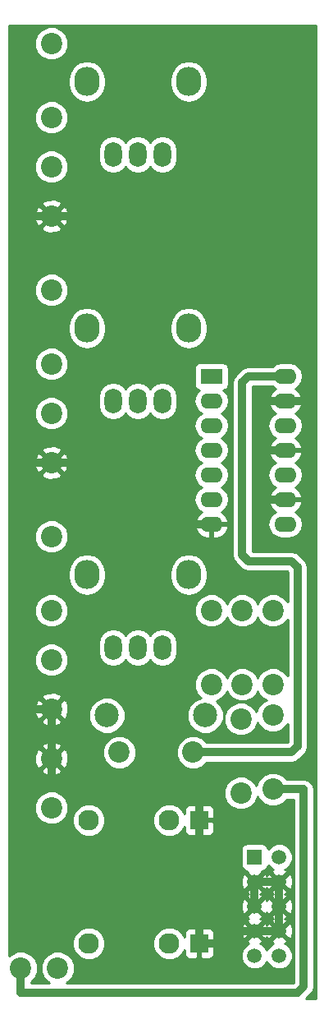
<source format=gbr>
G04 #@! TF.FileFunction,Copper,L1,Top,Signal*
%FSLAX46Y46*%
G04 Gerber Fmt 4.6, Leading zero omitted, Abs format (unit mm)*
G04 Created by KiCad (PCBNEW 4.0.7) date 06/24/19 17:31:57*
%MOMM*%
%LPD*%
G01*
G04 APERTURE LIST*
%ADD10C,0.100000*%
%ADD11R,1.520000X1.520000*%
%ADD12C,1.520000*%
%ADD13C,2.200000*%
%ADD14C,2.500000*%
%ADD15O,1.800000X2.600000*%
%ADD16O,2.600000X3.000000*%
%ADD17R,2.286000X1.574800*%
%ADD18O,2.286000X1.574800*%
%ADD19C,2.130000*%
%ADD20R,1.830000X1.930000*%
%ADD21C,0.812800*%
%ADD22C,0.254000*%
G04 APERTURE END LIST*
D10*
D11*
X157607000Y-125984000D03*
D12*
X157607000Y-128524000D03*
X157607000Y-131064000D03*
X157607000Y-133604000D03*
X157607000Y-136144000D03*
X160147000Y-136144000D03*
X160147000Y-133604000D03*
X160147000Y-131064000D03*
X160147000Y-128524000D03*
X160147000Y-125984000D03*
D13*
X136652000Y-54864000D03*
X136652000Y-59944000D03*
X136652000Y-80264000D03*
X136652000Y-85344000D03*
X136652000Y-105664000D03*
X136652000Y-110744000D03*
X136652000Y-120904000D03*
X136652000Y-115824000D03*
D14*
X142367000Y-111379000D03*
X152527000Y-111379000D03*
D15*
X143002000Y-53594000D03*
X145542000Y-53594000D03*
X148082000Y-53594000D03*
D16*
X140292000Y-46094000D03*
X150792000Y-46094000D03*
D15*
X143002000Y-78994000D03*
X145542000Y-78994000D03*
X148082000Y-78994000D03*
D16*
X140292000Y-71494000D03*
X150792000Y-71494000D03*
D15*
X143002000Y-104394000D03*
X145542000Y-104394000D03*
X148082000Y-104394000D03*
D16*
X140292000Y-96894000D03*
X150792000Y-96894000D03*
D13*
X136652000Y-49784000D03*
X136652000Y-42164000D03*
X136652000Y-75184000D03*
X136652000Y-67564000D03*
X136652000Y-100584000D03*
X136652000Y-92964000D03*
X159512000Y-100584000D03*
X159512000Y-108204000D03*
X156337000Y-100584000D03*
X156337000Y-108204000D03*
X153162000Y-100584000D03*
X153162000Y-108204000D03*
D17*
X153162000Y-76454000D03*
D18*
X153162000Y-78994000D03*
X153162000Y-81534000D03*
X153162000Y-84074000D03*
X153162000Y-86614000D03*
X153162000Y-89154000D03*
X153162000Y-91694000D03*
X160782000Y-91694000D03*
X160782000Y-89154000D03*
X160782000Y-86614000D03*
X160782000Y-84074000D03*
X160782000Y-81534000D03*
X160782000Y-78994000D03*
X160782000Y-76454000D03*
D13*
X133477000Y-137414000D03*
X137287000Y-137414000D03*
D19*
X148792000Y-134874000D03*
D20*
X151892000Y-134874000D03*
D19*
X140492000Y-134874000D03*
X148792000Y-122174000D03*
D20*
X151892000Y-122174000D03*
D19*
X140492000Y-122174000D03*
D13*
X143637000Y-115189000D03*
X151257000Y-115189000D03*
X159512000Y-111379000D03*
X159512000Y-118999000D03*
X156210000Y-119380000D03*
X156210000Y-111760000D03*
D21*
X157607000Y-128524000D02*
X157607000Y-131064000D01*
X160147000Y-128524000D02*
X157607000Y-128524000D01*
X160147000Y-131064000D02*
X160147000Y-128524000D01*
X160147000Y-133604000D02*
X160147000Y-131064000D01*
X136652000Y-59944000D02*
X162687000Y-59944000D01*
X162687000Y-78994000D02*
X160782000Y-78994000D01*
X163322000Y-78359000D02*
X162687000Y-78994000D01*
X163322000Y-60579000D02*
X163322000Y-78359000D01*
X162687000Y-59944000D02*
X163322000Y-60579000D01*
X160782000Y-89154000D02*
X158242000Y-89154000D01*
X158242000Y-89154000D02*
X158242000Y-88519000D01*
X160782000Y-84074000D02*
X158242000Y-84074000D01*
X158242000Y-78994000D02*
X160782000Y-78994000D01*
X158242000Y-84074000D02*
X158242000Y-78994000D01*
X158242000Y-88519000D02*
X158242000Y-84074000D01*
X157607000Y-133604000D02*
X160147000Y-133604000D01*
X151892000Y-134874000D02*
X154432000Y-134874000D01*
X155702000Y-133604000D02*
X157607000Y-133604000D01*
X154432000Y-134874000D02*
X155702000Y-133604000D01*
X133477000Y-60579000D02*
X134112000Y-59944000D01*
X136652000Y-59944000D02*
X134112000Y-59944000D01*
X133477000Y-60579000D02*
X133477000Y-62484000D01*
X136652000Y-85344000D02*
X133477000Y-85344000D01*
X133477000Y-62484000D02*
X133477000Y-85344000D01*
X133477000Y-85344000D02*
X133477000Y-87249000D01*
X134112000Y-110744000D02*
X133477000Y-110109000D01*
X133477000Y-110109000D02*
X133477000Y-87249000D01*
X136652000Y-110744000D02*
X134112000Y-110744000D01*
X136652000Y-85344000D02*
X144272000Y-85344000D01*
X145542000Y-91694000D02*
X153162000Y-91694000D01*
X144907000Y-91059000D02*
X145542000Y-91694000D01*
X144907000Y-85979000D02*
X144907000Y-91059000D01*
X144272000Y-85344000D02*
X144907000Y-85979000D01*
X136652000Y-115824000D02*
X136652000Y-110744000D01*
X136652000Y-115824000D02*
X136652000Y-117729000D01*
X151892000Y-118999000D02*
X151892000Y-122174000D01*
X151257000Y-118364000D02*
X151892000Y-118999000D01*
X137287000Y-118364000D02*
X151257000Y-118364000D01*
X136652000Y-117729000D02*
X137287000Y-118364000D01*
X151892000Y-134874000D02*
X151892000Y-122174000D01*
X133477000Y-137414000D02*
X133477000Y-139954000D01*
X162687000Y-118999000D02*
X159512000Y-118999000D01*
X162687000Y-139319000D02*
X162687000Y-118999000D01*
X162052000Y-139954000D02*
X162687000Y-139319000D01*
X133477000Y-139954000D02*
X162052000Y-139954000D01*
X151257000Y-115189000D02*
X161417000Y-115189000D01*
X156972000Y-76454000D02*
X160782000Y-76454000D01*
X156337000Y-77089000D02*
X156972000Y-76454000D01*
X156337000Y-94869000D02*
X156337000Y-77089000D01*
X156972000Y-95504000D02*
X156337000Y-94869000D01*
X161417000Y-95504000D02*
X156972000Y-95504000D01*
X162052000Y-96139000D02*
X161417000Y-95504000D01*
X162052000Y-114554000D02*
X162052000Y-96139000D01*
X161417000Y-115189000D02*
X162052000Y-114554000D01*
D22*
G36*
X163907000Y-140539000D02*
X162939762Y-140539000D01*
X163423381Y-140055381D01*
X163649129Y-139717526D01*
X163728400Y-139319000D01*
X163728400Y-118999000D01*
X163649128Y-118600473D01*
X163423381Y-118262619D01*
X163085527Y-118036872D01*
X162687000Y-117957600D01*
X160923938Y-117957600D01*
X160496082Y-117528996D01*
X159858627Y-117264301D01*
X159168401Y-117263699D01*
X158530485Y-117527281D01*
X158041996Y-118014918D01*
X157781974Y-118641120D01*
X157681719Y-118398485D01*
X157194082Y-117909996D01*
X156556627Y-117645301D01*
X155866401Y-117644699D01*
X155228485Y-117908281D01*
X154739996Y-118395918D01*
X154475301Y-119033373D01*
X154474699Y-119723599D01*
X154738281Y-120361515D01*
X155225918Y-120850004D01*
X155863373Y-121114699D01*
X156553599Y-121115301D01*
X157191515Y-120851719D01*
X157680004Y-120364082D01*
X157940026Y-119737880D01*
X158040281Y-119980515D01*
X158527918Y-120469004D01*
X159165373Y-120733699D01*
X159855599Y-120734301D01*
X160493515Y-120470719D01*
X160924586Y-120040400D01*
X161645600Y-120040400D01*
X161645600Y-138887638D01*
X161620638Y-138912600D01*
X138203458Y-138912600D01*
X138268515Y-138885719D01*
X138757004Y-138398082D01*
X139021699Y-137760627D01*
X139022301Y-137070401D01*
X138758719Y-136432485D01*
X138271082Y-135943996D01*
X137633627Y-135679301D01*
X136943401Y-135678699D01*
X136305485Y-135942281D01*
X135816996Y-136429918D01*
X135552301Y-137067373D01*
X135551699Y-137757599D01*
X135815281Y-138395515D01*
X136302918Y-138884004D01*
X136371785Y-138912600D01*
X134518400Y-138912600D01*
X134518400Y-138825938D01*
X134947004Y-138398082D01*
X135211699Y-137760627D01*
X135212301Y-137070401D01*
X134948719Y-136432485D01*
X134461082Y-135943996D01*
X133823627Y-135679301D01*
X133133401Y-135678699D01*
X132495485Y-135942281D01*
X132257000Y-136180350D01*
X132257000Y-135210667D01*
X138791706Y-135210667D01*
X139049970Y-135835715D01*
X139527770Y-136314350D01*
X140152366Y-136573704D01*
X140828667Y-136574294D01*
X141453715Y-136316030D01*
X141932350Y-135838230D01*
X142191704Y-135213634D01*
X142191706Y-135210667D01*
X147091706Y-135210667D01*
X147349970Y-135835715D01*
X147827770Y-136314350D01*
X148452366Y-136573704D01*
X149128667Y-136574294D01*
X149753715Y-136316030D01*
X150232350Y-135838230D01*
X150342000Y-135574163D01*
X150342000Y-135965309D01*
X150438673Y-136198698D01*
X150617301Y-136377327D01*
X150850690Y-136474000D01*
X151606250Y-136474000D01*
X151765000Y-136315250D01*
X151765000Y-135001000D01*
X152019000Y-135001000D01*
X152019000Y-136315250D01*
X152177750Y-136474000D01*
X152933310Y-136474000D01*
X153063037Y-136420265D01*
X156211758Y-136420265D01*
X156423687Y-136933172D01*
X156815764Y-137325934D01*
X157328300Y-137538758D01*
X157883265Y-137539242D01*
X158396172Y-137327313D01*
X158788934Y-136935236D01*
X158876954Y-136723262D01*
X158963687Y-136933172D01*
X159355764Y-137325934D01*
X159868300Y-137538758D01*
X160423265Y-137539242D01*
X160936172Y-137327313D01*
X161328934Y-136935236D01*
X161541758Y-136422700D01*
X161542242Y-135867735D01*
X161330313Y-135354828D01*
X160938236Y-134962066D01*
X160742066Y-134880609D01*
X160876941Y-134824742D01*
X160946159Y-134582764D01*
X160147000Y-133783605D01*
X159347841Y-134582764D01*
X159417059Y-134824742D01*
X159561862Y-134876382D01*
X159357828Y-134960687D01*
X158965066Y-135352764D01*
X158877046Y-135564738D01*
X158790313Y-135354828D01*
X158398236Y-134962066D01*
X158202066Y-134880609D01*
X158336941Y-134824742D01*
X158406159Y-134582764D01*
X157607000Y-133783605D01*
X156807841Y-134582764D01*
X156877059Y-134824742D01*
X157021862Y-134876382D01*
X156817828Y-134960687D01*
X156425066Y-135352764D01*
X156212242Y-135865300D01*
X156211758Y-136420265D01*
X153063037Y-136420265D01*
X153166699Y-136377327D01*
X153345327Y-136198698D01*
X153442000Y-135965309D01*
X153442000Y-135159750D01*
X153283250Y-135001000D01*
X152019000Y-135001000D01*
X151765000Y-135001000D01*
X151745000Y-135001000D01*
X151745000Y-134747000D01*
X151765000Y-134747000D01*
X151765000Y-133432750D01*
X152019000Y-133432750D01*
X152019000Y-134747000D01*
X153283250Y-134747000D01*
X153442000Y-134588250D01*
X153442000Y-133782691D01*
X153345327Y-133549302D01*
X153192806Y-133396780D01*
X156199845Y-133396780D01*
X156227659Y-133951049D01*
X156386258Y-134333941D01*
X156628236Y-134403159D01*
X157427395Y-133604000D01*
X157786605Y-133604000D01*
X158585764Y-134403159D01*
X158827742Y-134333941D01*
X158873320Y-134206137D01*
X158926258Y-134333941D01*
X159168236Y-134403159D01*
X159967395Y-133604000D01*
X160326605Y-133604000D01*
X161125764Y-134403159D01*
X161367742Y-134333941D01*
X161554155Y-133811220D01*
X161526341Y-133256951D01*
X161367742Y-132874059D01*
X161125764Y-132804841D01*
X160326605Y-133604000D01*
X159967395Y-133604000D01*
X159168236Y-132804841D01*
X158926258Y-132874059D01*
X158880680Y-133001863D01*
X158827742Y-132874059D01*
X158585764Y-132804841D01*
X157786605Y-133604000D01*
X157427395Y-133604000D01*
X156628236Y-132804841D01*
X156386258Y-132874059D01*
X156199845Y-133396780D01*
X153192806Y-133396780D01*
X153166699Y-133370673D01*
X152933310Y-133274000D01*
X152177750Y-133274000D01*
X152019000Y-133432750D01*
X151765000Y-133432750D01*
X151606250Y-133274000D01*
X150850690Y-133274000D01*
X150617301Y-133370673D01*
X150438673Y-133549302D01*
X150342000Y-133782691D01*
X150342000Y-134173593D01*
X150234030Y-133912285D01*
X149756230Y-133433650D01*
X149131634Y-133174296D01*
X148455333Y-133173706D01*
X147830285Y-133431970D01*
X147351650Y-133909770D01*
X147092296Y-134534366D01*
X147091706Y-135210667D01*
X142191706Y-135210667D01*
X142192294Y-134537333D01*
X141934030Y-133912285D01*
X141456230Y-133433650D01*
X140831634Y-133174296D01*
X140155333Y-133173706D01*
X139530285Y-133431970D01*
X139051650Y-133909770D01*
X138792296Y-134534366D01*
X138791706Y-135210667D01*
X132257000Y-135210667D01*
X132257000Y-132042764D01*
X156807841Y-132042764D01*
X156877059Y-132284742D01*
X157004863Y-132330320D01*
X156877059Y-132383258D01*
X156807841Y-132625236D01*
X157607000Y-133424395D01*
X158406159Y-132625236D01*
X158336941Y-132383258D01*
X158209137Y-132337680D01*
X158336941Y-132284742D01*
X158406159Y-132042764D01*
X159347841Y-132042764D01*
X159417059Y-132284742D01*
X159544863Y-132330320D01*
X159417059Y-132383258D01*
X159347841Y-132625236D01*
X160147000Y-133424395D01*
X160946159Y-132625236D01*
X160876941Y-132383258D01*
X160749137Y-132337680D01*
X160876941Y-132284742D01*
X160946159Y-132042764D01*
X160147000Y-131243605D01*
X159347841Y-132042764D01*
X158406159Y-132042764D01*
X157607000Y-131243605D01*
X156807841Y-132042764D01*
X132257000Y-132042764D01*
X132257000Y-130856780D01*
X156199845Y-130856780D01*
X156227659Y-131411049D01*
X156386258Y-131793941D01*
X156628236Y-131863159D01*
X157427395Y-131064000D01*
X157786605Y-131064000D01*
X158585764Y-131863159D01*
X158827742Y-131793941D01*
X158873320Y-131666137D01*
X158926258Y-131793941D01*
X159168236Y-131863159D01*
X159967395Y-131064000D01*
X160326605Y-131064000D01*
X161125764Y-131863159D01*
X161367742Y-131793941D01*
X161554155Y-131271220D01*
X161526341Y-130716951D01*
X161367742Y-130334059D01*
X161125764Y-130264841D01*
X160326605Y-131064000D01*
X159967395Y-131064000D01*
X159168236Y-130264841D01*
X158926258Y-130334059D01*
X158880680Y-130461863D01*
X158827742Y-130334059D01*
X158585764Y-130264841D01*
X157786605Y-131064000D01*
X157427395Y-131064000D01*
X156628236Y-130264841D01*
X156386258Y-130334059D01*
X156199845Y-130856780D01*
X132257000Y-130856780D01*
X132257000Y-129502764D01*
X156807841Y-129502764D01*
X156877059Y-129744742D01*
X157004863Y-129790320D01*
X156877059Y-129843258D01*
X156807841Y-130085236D01*
X157607000Y-130884395D01*
X158406159Y-130085236D01*
X158336941Y-129843258D01*
X158209137Y-129797680D01*
X158336941Y-129744742D01*
X158406159Y-129502764D01*
X159347841Y-129502764D01*
X159417059Y-129744742D01*
X159544863Y-129790320D01*
X159417059Y-129843258D01*
X159347841Y-130085236D01*
X160147000Y-130884395D01*
X160946159Y-130085236D01*
X160876941Y-129843258D01*
X160749137Y-129797680D01*
X160876941Y-129744742D01*
X160946159Y-129502764D01*
X160147000Y-128703605D01*
X159347841Y-129502764D01*
X158406159Y-129502764D01*
X157607000Y-128703605D01*
X156807841Y-129502764D01*
X132257000Y-129502764D01*
X132257000Y-128316780D01*
X156199845Y-128316780D01*
X156227659Y-128871049D01*
X156386258Y-129253941D01*
X156628236Y-129323159D01*
X157427395Y-128524000D01*
X157786605Y-128524000D01*
X158585764Y-129323159D01*
X158827742Y-129253941D01*
X158873320Y-129126137D01*
X158926258Y-129253941D01*
X159168236Y-129323159D01*
X159967395Y-128524000D01*
X160326605Y-128524000D01*
X161125764Y-129323159D01*
X161367742Y-129253941D01*
X161554155Y-128731220D01*
X161526341Y-128176951D01*
X161367742Y-127794059D01*
X161125764Y-127724841D01*
X160326605Y-128524000D01*
X159967395Y-128524000D01*
X159168236Y-127724841D01*
X158926258Y-127794059D01*
X158880680Y-127921863D01*
X158827742Y-127794059D01*
X158585764Y-127724841D01*
X157786605Y-128524000D01*
X157427395Y-128524000D01*
X156628236Y-127724841D01*
X156386258Y-127794059D01*
X156199845Y-128316780D01*
X132257000Y-128316780D01*
X132257000Y-125224000D01*
X156199560Y-125224000D01*
X156199560Y-126744000D01*
X156243838Y-126979317D01*
X156382910Y-127195441D01*
X156595110Y-127340431D01*
X156847000Y-127391440D01*
X156851834Y-127391440D01*
X156807841Y-127545236D01*
X157607000Y-128344395D01*
X158406159Y-127545236D01*
X158362166Y-127391440D01*
X158367000Y-127391440D01*
X158602317Y-127347162D01*
X158818441Y-127208090D01*
X158963431Y-126995890D01*
X159000969Y-126810520D01*
X159355764Y-127165934D01*
X159551934Y-127247391D01*
X159417059Y-127303258D01*
X159347841Y-127545236D01*
X160147000Y-128344395D01*
X160946159Y-127545236D01*
X160876941Y-127303258D01*
X160732138Y-127251618D01*
X160936172Y-127167313D01*
X161328934Y-126775236D01*
X161541758Y-126262700D01*
X161542242Y-125707735D01*
X161330313Y-125194828D01*
X160938236Y-124802066D01*
X160425700Y-124589242D01*
X159870735Y-124588758D01*
X159357828Y-124800687D01*
X159001684Y-125156210D01*
X158970162Y-124988683D01*
X158831090Y-124772559D01*
X158618890Y-124627569D01*
X158367000Y-124576560D01*
X156847000Y-124576560D01*
X156611683Y-124620838D01*
X156395559Y-124759910D01*
X156250569Y-124972110D01*
X156199560Y-125224000D01*
X132257000Y-125224000D01*
X132257000Y-121247599D01*
X134916699Y-121247599D01*
X135180281Y-121885515D01*
X135667918Y-122374004D01*
X136305373Y-122638699D01*
X136995599Y-122639301D01*
X137306916Y-122510667D01*
X138791706Y-122510667D01*
X139049970Y-123135715D01*
X139527770Y-123614350D01*
X140152366Y-123873704D01*
X140828667Y-123874294D01*
X141453715Y-123616030D01*
X141932350Y-123138230D01*
X142191704Y-122513634D01*
X142191706Y-122510667D01*
X147091706Y-122510667D01*
X147349970Y-123135715D01*
X147827770Y-123614350D01*
X148452366Y-123873704D01*
X149128667Y-123874294D01*
X149753715Y-123616030D01*
X150232350Y-123138230D01*
X150342000Y-122874163D01*
X150342000Y-123265309D01*
X150438673Y-123498698D01*
X150617301Y-123677327D01*
X150850690Y-123774000D01*
X151606250Y-123774000D01*
X151765000Y-123615250D01*
X151765000Y-122301000D01*
X152019000Y-122301000D01*
X152019000Y-123615250D01*
X152177750Y-123774000D01*
X152933310Y-123774000D01*
X153166699Y-123677327D01*
X153345327Y-123498698D01*
X153442000Y-123265309D01*
X153442000Y-122459750D01*
X153283250Y-122301000D01*
X152019000Y-122301000D01*
X151765000Y-122301000D01*
X151745000Y-122301000D01*
X151745000Y-122047000D01*
X151765000Y-122047000D01*
X151765000Y-120732750D01*
X152019000Y-120732750D01*
X152019000Y-122047000D01*
X153283250Y-122047000D01*
X153442000Y-121888250D01*
X153442000Y-121082691D01*
X153345327Y-120849302D01*
X153166699Y-120670673D01*
X152933310Y-120574000D01*
X152177750Y-120574000D01*
X152019000Y-120732750D01*
X151765000Y-120732750D01*
X151606250Y-120574000D01*
X150850690Y-120574000D01*
X150617301Y-120670673D01*
X150438673Y-120849302D01*
X150342000Y-121082691D01*
X150342000Y-121473593D01*
X150234030Y-121212285D01*
X149756230Y-120733650D01*
X149131634Y-120474296D01*
X148455333Y-120473706D01*
X147830285Y-120731970D01*
X147351650Y-121209770D01*
X147092296Y-121834366D01*
X147091706Y-122510667D01*
X142191706Y-122510667D01*
X142192294Y-121837333D01*
X141934030Y-121212285D01*
X141456230Y-120733650D01*
X140831634Y-120474296D01*
X140155333Y-120473706D01*
X139530285Y-120731970D01*
X139051650Y-121209770D01*
X138792296Y-121834366D01*
X138791706Y-122510667D01*
X137306916Y-122510667D01*
X137633515Y-122375719D01*
X138122004Y-121888082D01*
X138386699Y-121250627D01*
X138387301Y-120560401D01*
X138123719Y-119922485D01*
X137636082Y-119433996D01*
X136998627Y-119169301D01*
X136308401Y-119168699D01*
X135670485Y-119432281D01*
X135181996Y-119919918D01*
X134917301Y-120557373D01*
X134916699Y-121247599D01*
X132257000Y-121247599D01*
X132257000Y-117048868D01*
X135606737Y-117048868D01*
X135717641Y-117326099D01*
X136363593Y-117569323D01*
X137053453Y-117546836D01*
X137586359Y-117326099D01*
X137697263Y-117048868D01*
X136652000Y-116003605D01*
X135606737Y-117048868D01*
X132257000Y-117048868D01*
X132257000Y-115535593D01*
X134906677Y-115535593D01*
X134929164Y-116225453D01*
X135149901Y-116758359D01*
X135427132Y-116869263D01*
X136472395Y-115824000D01*
X136831605Y-115824000D01*
X137876868Y-116869263D01*
X138154099Y-116758359D01*
X138397323Y-116112407D01*
X138378424Y-115532599D01*
X141901699Y-115532599D01*
X142165281Y-116170515D01*
X142652918Y-116659004D01*
X143290373Y-116923699D01*
X143980599Y-116924301D01*
X144618515Y-116660719D01*
X145107004Y-116173082D01*
X145371699Y-115535627D01*
X145371701Y-115532599D01*
X149521699Y-115532599D01*
X149785281Y-116170515D01*
X150272918Y-116659004D01*
X150910373Y-116923699D01*
X151600599Y-116924301D01*
X152238515Y-116660719D01*
X152669586Y-116230400D01*
X161417000Y-116230400D01*
X161815527Y-116151128D01*
X162153381Y-115925381D01*
X162788381Y-115290381D01*
X163014129Y-114952526D01*
X163093400Y-114554000D01*
X163093400Y-96139000D01*
X163014129Y-95740474D01*
X162788381Y-95402619D01*
X162153381Y-94767619D01*
X162050235Y-94698699D01*
X161815527Y-94541872D01*
X161417000Y-94462600D01*
X157403362Y-94462600D01*
X157378400Y-94437638D01*
X157378400Y-91694000D01*
X158969167Y-91694000D01*
X159077441Y-92238329D01*
X159385778Y-92699789D01*
X159847238Y-93008126D01*
X160391567Y-93116400D01*
X161172433Y-93116400D01*
X161716762Y-93008126D01*
X162178222Y-92699789D01*
X162486559Y-92238329D01*
X162594833Y-91694000D01*
X162486559Y-91149671D01*
X162178222Y-90688211D01*
X161783170Y-90424246D01*
X161799262Y-90419525D01*
X162233191Y-90069986D01*
X162500327Y-89580996D01*
X162517010Y-89501060D01*
X162394852Y-89281000D01*
X160909000Y-89281000D01*
X160909000Y-89301000D01*
X160655000Y-89301000D01*
X160655000Y-89281000D01*
X159169148Y-89281000D01*
X159046990Y-89501060D01*
X159063673Y-89580996D01*
X159330809Y-90069986D01*
X159764738Y-90419525D01*
X159780830Y-90424246D01*
X159385778Y-90688211D01*
X159077441Y-91149671D01*
X158969167Y-91694000D01*
X157378400Y-91694000D01*
X157378400Y-86614000D01*
X158969167Y-86614000D01*
X159077441Y-87158329D01*
X159385778Y-87619789D01*
X159780830Y-87883754D01*
X159764738Y-87888475D01*
X159330809Y-88238014D01*
X159063673Y-88727004D01*
X159046990Y-88806940D01*
X159169148Y-89027000D01*
X160655000Y-89027000D01*
X160655000Y-89007000D01*
X160909000Y-89007000D01*
X160909000Y-89027000D01*
X162394852Y-89027000D01*
X162517010Y-88806940D01*
X162500327Y-88727004D01*
X162233191Y-88238014D01*
X161799262Y-87888475D01*
X161783170Y-87883754D01*
X162178222Y-87619789D01*
X162486559Y-87158329D01*
X162594833Y-86614000D01*
X162486559Y-86069671D01*
X162178222Y-85608211D01*
X161783170Y-85344246D01*
X161799262Y-85339525D01*
X162233191Y-84989986D01*
X162500327Y-84500996D01*
X162517010Y-84421060D01*
X162394852Y-84201000D01*
X160909000Y-84201000D01*
X160909000Y-84221000D01*
X160655000Y-84221000D01*
X160655000Y-84201000D01*
X159169148Y-84201000D01*
X159046990Y-84421060D01*
X159063673Y-84500996D01*
X159330809Y-84989986D01*
X159764738Y-85339525D01*
X159780830Y-85344246D01*
X159385778Y-85608211D01*
X159077441Y-86069671D01*
X158969167Y-86614000D01*
X157378400Y-86614000D01*
X157378400Y-81534000D01*
X158969167Y-81534000D01*
X159077441Y-82078329D01*
X159385778Y-82539789D01*
X159780830Y-82803754D01*
X159764738Y-82808475D01*
X159330809Y-83158014D01*
X159063673Y-83647004D01*
X159046990Y-83726940D01*
X159169148Y-83947000D01*
X160655000Y-83947000D01*
X160655000Y-83927000D01*
X160909000Y-83927000D01*
X160909000Y-83947000D01*
X162394852Y-83947000D01*
X162517010Y-83726940D01*
X162500327Y-83647004D01*
X162233191Y-83158014D01*
X161799262Y-82808475D01*
X161783170Y-82803754D01*
X162178222Y-82539789D01*
X162486559Y-82078329D01*
X162594833Y-81534000D01*
X162486559Y-80989671D01*
X162178222Y-80528211D01*
X161783170Y-80264246D01*
X161799262Y-80259525D01*
X162233191Y-79909986D01*
X162500327Y-79420996D01*
X162517010Y-79341060D01*
X162394852Y-79121000D01*
X160909000Y-79121000D01*
X160909000Y-79141000D01*
X160655000Y-79141000D01*
X160655000Y-79121000D01*
X159169148Y-79121000D01*
X159046990Y-79341060D01*
X159063673Y-79420996D01*
X159330809Y-79909986D01*
X159764738Y-80259525D01*
X159780830Y-80264246D01*
X159385778Y-80528211D01*
X159077441Y-80989671D01*
X158969167Y-81534000D01*
X157378400Y-81534000D01*
X157378400Y-77520362D01*
X157403362Y-77495400D01*
X159439074Y-77495400D01*
X159780830Y-77723754D01*
X159764738Y-77728475D01*
X159330809Y-78078014D01*
X159063673Y-78567004D01*
X159046990Y-78646940D01*
X159169148Y-78867000D01*
X160655000Y-78867000D01*
X160655000Y-78847000D01*
X160909000Y-78847000D01*
X160909000Y-78867000D01*
X162394852Y-78867000D01*
X162517010Y-78646940D01*
X162500327Y-78567004D01*
X162233191Y-78078014D01*
X161799262Y-77728475D01*
X161783170Y-77723754D01*
X162178222Y-77459789D01*
X162486559Y-76998329D01*
X162594833Y-76454000D01*
X162486559Y-75909671D01*
X162178222Y-75448211D01*
X161716762Y-75139874D01*
X161172433Y-75031600D01*
X160391567Y-75031600D01*
X159847238Y-75139874D01*
X159439074Y-75412600D01*
X156972000Y-75412600D01*
X156573474Y-75491871D01*
X156235619Y-75717619D01*
X155600619Y-76352619D01*
X155374872Y-76690473D01*
X155295600Y-77089000D01*
X155295600Y-94869000D01*
X155374872Y-95267527D01*
X155600619Y-95605381D01*
X156235619Y-96240381D01*
X156573474Y-96466129D01*
X156972000Y-96545400D01*
X160985638Y-96545400D01*
X161010600Y-96570362D01*
X161010600Y-99667542D01*
X160983719Y-99602485D01*
X160496082Y-99113996D01*
X159858627Y-98849301D01*
X159168401Y-98848699D01*
X158530485Y-99112281D01*
X158041996Y-99599918D01*
X157924538Y-99882788D01*
X157808719Y-99602485D01*
X157321082Y-99113996D01*
X156683627Y-98849301D01*
X155993401Y-98848699D01*
X155355485Y-99112281D01*
X154866996Y-99599918D01*
X154749538Y-99882788D01*
X154633719Y-99602485D01*
X154146082Y-99113996D01*
X153508627Y-98849301D01*
X152818401Y-98848699D01*
X152180485Y-99112281D01*
X151691996Y-99599918D01*
X151427301Y-100237373D01*
X151426699Y-100927599D01*
X151690281Y-101565515D01*
X152177918Y-102054004D01*
X152815373Y-102318699D01*
X153505599Y-102319301D01*
X154143515Y-102055719D01*
X154632004Y-101568082D01*
X154749462Y-101285212D01*
X154865281Y-101565515D01*
X155352918Y-102054004D01*
X155990373Y-102318699D01*
X156680599Y-102319301D01*
X157318515Y-102055719D01*
X157807004Y-101568082D01*
X157924462Y-101285212D01*
X158040281Y-101565515D01*
X158527918Y-102054004D01*
X159165373Y-102318699D01*
X159855599Y-102319301D01*
X160493515Y-102055719D01*
X160982004Y-101568082D01*
X161010600Y-101499215D01*
X161010600Y-107287542D01*
X160983719Y-107222485D01*
X160496082Y-106733996D01*
X159858627Y-106469301D01*
X159168401Y-106468699D01*
X158530485Y-106732281D01*
X158041996Y-107219918D01*
X157924538Y-107502788D01*
X157808719Y-107222485D01*
X157321082Y-106733996D01*
X156683627Y-106469301D01*
X155993401Y-106468699D01*
X155355485Y-106732281D01*
X154866996Y-107219918D01*
X154749538Y-107502788D01*
X154633719Y-107222485D01*
X154146082Y-106733996D01*
X153508627Y-106469301D01*
X152818401Y-106468699D01*
X152180485Y-106732281D01*
X151691996Y-107219918D01*
X151427301Y-107857373D01*
X151426699Y-108547599D01*
X151690281Y-109185515D01*
X152043397Y-109539248D01*
X151460628Y-109780043D01*
X150929907Y-110309839D01*
X150642328Y-111002405D01*
X150641674Y-111752305D01*
X150928043Y-112445372D01*
X151457839Y-112976093D01*
X152150405Y-113263672D01*
X152900305Y-113264326D01*
X153593372Y-112977957D01*
X154124093Y-112448161D01*
X154411672Y-111755595D01*
X154412326Y-111005695D01*
X154125957Y-110312628D01*
X153680952Y-109866846D01*
X154143515Y-109675719D01*
X154632004Y-109188082D01*
X154749462Y-108905212D01*
X154865281Y-109185515D01*
X155352918Y-109674004D01*
X155990373Y-109938699D01*
X156680599Y-109939301D01*
X157318515Y-109675719D01*
X157807004Y-109188082D01*
X157924462Y-108905212D01*
X158040281Y-109185515D01*
X158527918Y-109674004D01*
X158810788Y-109791462D01*
X158530485Y-109907281D01*
X158041996Y-110394918D01*
X157781974Y-111021120D01*
X157681719Y-110778485D01*
X157194082Y-110289996D01*
X156556627Y-110025301D01*
X155866401Y-110024699D01*
X155228485Y-110288281D01*
X154739996Y-110775918D01*
X154475301Y-111413373D01*
X154474699Y-112103599D01*
X154738281Y-112741515D01*
X155225918Y-113230004D01*
X155863373Y-113494699D01*
X156553599Y-113495301D01*
X157191515Y-113231719D01*
X157680004Y-112744082D01*
X157940026Y-112117880D01*
X158040281Y-112360515D01*
X158527918Y-112849004D01*
X159165373Y-113113699D01*
X159855599Y-113114301D01*
X160493515Y-112850719D01*
X160982004Y-112363082D01*
X161010600Y-112294215D01*
X161010600Y-114122638D01*
X160985638Y-114147600D01*
X152668938Y-114147600D01*
X152241082Y-113718996D01*
X151603627Y-113454301D01*
X150913401Y-113453699D01*
X150275485Y-113717281D01*
X149786996Y-114204918D01*
X149522301Y-114842373D01*
X149521699Y-115532599D01*
X145371701Y-115532599D01*
X145372301Y-114845401D01*
X145108719Y-114207485D01*
X144621082Y-113718996D01*
X143983627Y-113454301D01*
X143293401Y-113453699D01*
X142655485Y-113717281D01*
X142166996Y-114204918D01*
X141902301Y-114842373D01*
X141901699Y-115532599D01*
X138378424Y-115532599D01*
X138374836Y-115422547D01*
X138154099Y-114889641D01*
X137876868Y-114778737D01*
X136831605Y-115824000D01*
X136472395Y-115824000D01*
X135427132Y-114778737D01*
X135149901Y-114889641D01*
X134906677Y-115535593D01*
X132257000Y-115535593D01*
X132257000Y-114599132D01*
X135606737Y-114599132D01*
X136652000Y-115644395D01*
X137697263Y-114599132D01*
X137586359Y-114321901D01*
X136940407Y-114078677D01*
X136250547Y-114101164D01*
X135717641Y-114321901D01*
X135606737Y-114599132D01*
X132257000Y-114599132D01*
X132257000Y-111968868D01*
X135606737Y-111968868D01*
X135717641Y-112246099D01*
X136363593Y-112489323D01*
X137053453Y-112466836D01*
X137586359Y-112246099D01*
X137697263Y-111968868D01*
X136652000Y-110923605D01*
X135606737Y-111968868D01*
X132257000Y-111968868D01*
X132257000Y-110455593D01*
X134906677Y-110455593D01*
X134929164Y-111145453D01*
X135149901Y-111678359D01*
X135427132Y-111789263D01*
X136472395Y-110744000D01*
X136831605Y-110744000D01*
X137876868Y-111789263D01*
X137969253Y-111752305D01*
X140481674Y-111752305D01*
X140768043Y-112445372D01*
X141297839Y-112976093D01*
X141990405Y-113263672D01*
X142740305Y-113264326D01*
X143433372Y-112977957D01*
X143964093Y-112448161D01*
X144251672Y-111755595D01*
X144252326Y-111005695D01*
X143965957Y-110312628D01*
X143436161Y-109781907D01*
X142743595Y-109494328D01*
X141993695Y-109493674D01*
X141300628Y-109780043D01*
X140769907Y-110309839D01*
X140482328Y-111002405D01*
X140481674Y-111752305D01*
X137969253Y-111752305D01*
X138154099Y-111678359D01*
X138397323Y-111032407D01*
X138374836Y-110342547D01*
X138154099Y-109809641D01*
X137876868Y-109698737D01*
X136831605Y-110744000D01*
X136472395Y-110744000D01*
X135427132Y-109698737D01*
X135149901Y-109809641D01*
X134906677Y-110455593D01*
X132257000Y-110455593D01*
X132257000Y-109519132D01*
X135606737Y-109519132D01*
X136652000Y-110564395D01*
X137697263Y-109519132D01*
X137586359Y-109241901D01*
X136940407Y-108998677D01*
X136250547Y-109021164D01*
X135717641Y-109241901D01*
X135606737Y-109519132D01*
X132257000Y-109519132D01*
X132257000Y-106007599D01*
X134916699Y-106007599D01*
X135180281Y-106645515D01*
X135667918Y-107134004D01*
X136305373Y-107398699D01*
X136995599Y-107399301D01*
X137633515Y-107135719D01*
X138122004Y-106648082D01*
X138386699Y-106010627D01*
X138387301Y-105320401D01*
X138123719Y-104682485D01*
X137636082Y-104193996D01*
X137063145Y-103956091D01*
X141467000Y-103956091D01*
X141467000Y-104831909D01*
X141583845Y-105419328D01*
X141916591Y-105917318D01*
X142414581Y-106250064D01*
X143002000Y-106366909D01*
X143589419Y-106250064D01*
X144087409Y-105917318D01*
X144272000Y-105641058D01*
X144456591Y-105917318D01*
X144954581Y-106250064D01*
X145542000Y-106366909D01*
X146129419Y-106250064D01*
X146627409Y-105917318D01*
X146812000Y-105641058D01*
X146996591Y-105917318D01*
X147494581Y-106250064D01*
X148082000Y-106366909D01*
X148669419Y-106250064D01*
X149167409Y-105917318D01*
X149500155Y-105419328D01*
X149617000Y-104831909D01*
X149617000Y-103956091D01*
X149500155Y-103368672D01*
X149167409Y-102870682D01*
X148669419Y-102537936D01*
X148082000Y-102421091D01*
X147494581Y-102537936D01*
X146996591Y-102870682D01*
X146812000Y-103146942D01*
X146627409Y-102870682D01*
X146129419Y-102537936D01*
X145542000Y-102421091D01*
X144954581Y-102537936D01*
X144456591Y-102870682D01*
X144272000Y-103146942D01*
X144087409Y-102870682D01*
X143589419Y-102537936D01*
X143002000Y-102421091D01*
X142414581Y-102537936D01*
X141916591Y-102870682D01*
X141583845Y-103368672D01*
X141467000Y-103956091D01*
X137063145Y-103956091D01*
X136998627Y-103929301D01*
X136308401Y-103928699D01*
X135670485Y-104192281D01*
X135181996Y-104679918D01*
X134917301Y-105317373D01*
X134916699Y-106007599D01*
X132257000Y-106007599D01*
X132257000Y-100927599D01*
X134916699Y-100927599D01*
X135180281Y-101565515D01*
X135667918Y-102054004D01*
X136305373Y-102318699D01*
X136995599Y-102319301D01*
X137633515Y-102055719D01*
X138122004Y-101568082D01*
X138386699Y-100930627D01*
X138387301Y-100240401D01*
X138123719Y-99602485D01*
X137636082Y-99113996D01*
X136998627Y-98849301D01*
X136308401Y-98848699D01*
X135670485Y-99112281D01*
X135181996Y-99599918D01*
X134917301Y-100237373D01*
X134916699Y-100927599D01*
X132257000Y-100927599D01*
X132257000Y-96652173D01*
X138357000Y-96652173D01*
X138357000Y-97135827D01*
X138504293Y-97876319D01*
X138923748Y-98504079D01*
X139551508Y-98923534D01*
X140292000Y-99070827D01*
X141032492Y-98923534D01*
X141660252Y-98504079D01*
X142079707Y-97876319D01*
X142227000Y-97135827D01*
X142227000Y-96652173D01*
X148857000Y-96652173D01*
X148857000Y-97135827D01*
X149004293Y-97876319D01*
X149423748Y-98504079D01*
X150051508Y-98923534D01*
X150792000Y-99070827D01*
X151532492Y-98923534D01*
X152160252Y-98504079D01*
X152579707Y-97876319D01*
X152727000Y-97135827D01*
X152727000Y-96652173D01*
X152579707Y-95911681D01*
X152160252Y-95283921D01*
X151532492Y-94864466D01*
X150792000Y-94717173D01*
X150051508Y-94864466D01*
X149423748Y-95283921D01*
X149004293Y-95911681D01*
X148857000Y-96652173D01*
X142227000Y-96652173D01*
X142079707Y-95911681D01*
X141660252Y-95283921D01*
X141032492Y-94864466D01*
X140292000Y-94717173D01*
X139551508Y-94864466D01*
X138923748Y-95283921D01*
X138504293Y-95911681D01*
X138357000Y-96652173D01*
X132257000Y-96652173D01*
X132257000Y-93307599D01*
X134916699Y-93307599D01*
X135180281Y-93945515D01*
X135667918Y-94434004D01*
X136305373Y-94698699D01*
X136995599Y-94699301D01*
X137633515Y-94435719D01*
X138122004Y-93948082D01*
X138386699Y-93310627D01*
X138387301Y-92620401D01*
X138147922Y-92041060D01*
X151426990Y-92041060D01*
X151443673Y-92120996D01*
X151710809Y-92609986D01*
X152144738Y-92959525D01*
X152679400Y-93116400D01*
X153035000Y-93116400D01*
X153035000Y-91821000D01*
X153289000Y-91821000D01*
X153289000Y-93116400D01*
X153644600Y-93116400D01*
X154179262Y-92959525D01*
X154613191Y-92609986D01*
X154880327Y-92120996D01*
X154897010Y-92041060D01*
X154774852Y-91821000D01*
X153289000Y-91821000D01*
X153035000Y-91821000D01*
X151549148Y-91821000D01*
X151426990Y-92041060D01*
X138147922Y-92041060D01*
X138123719Y-91982485D01*
X137636082Y-91493996D01*
X136998627Y-91229301D01*
X136308401Y-91228699D01*
X135670485Y-91492281D01*
X135181996Y-91979918D01*
X134917301Y-92617373D01*
X134916699Y-93307599D01*
X132257000Y-93307599D01*
X132257000Y-86568868D01*
X135606737Y-86568868D01*
X135717641Y-86846099D01*
X136363593Y-87089323D01*
X137053453Y-87066836D01*
X137586359Y-86846099D01*
X137697263Y-86568868D01*
X136652000Y-85523605D01*
X135606737Y-86568868D01*
X132257000Y-86568868D01*
X132257000Y-85055593D01*
X134906677Y-85055593D01*
X134929164Y-85745453D01*
X135149901Y-86278359D01*
X135427132Y-86389263D01*
X136472395Y-85344000D01*
X136831605Y-85344000D01*
X137876868Y-86389263D01*
X138154099Y-86278359D01*
X138397323Y-85632407D01*
X138374836Y-84942547D01*
X138154099Y-84409641D01*
X137876868Y-84298737D01*
X136831605Y-85344000D01*
X136472395Y-85344000D01*
X135427132Y-84298737D01*
X135149901Y-84409641D01*
X134906677Y-85055593D01*
X132257000Y-85055593D01*
X132257000Y-84119132D01*
X135606737Y-84119132D01*
X136652000Y-85164395D01*
X137697263Y-84119132D01*
X137586359Y-83841901D01*
X136940407Y-83598677D01*
X136250547Y-83621164D01*
X135717641Y-83841901D01*
X135606737Y-84119132D01*
X132257000Y-84119132D01*
X132257000Y-80607599D01*
X134916699Y-80607599D01*
X135180281Y-81245515D01*
X135667918Y-81734004D01*
X136305373Y-81998699D01*
X136995599Y-81999301D01*
X137633515Y-81735719D01*
X138122004Y-81248082D01*
X138386699Y-80610627D01*
X138387301Y-79920401D01*
X138123719Y-79282485D01*
X137636082Y-78793996D01*
X137063145Y-78556091D01*
X141467000Y-78556091D01*
X141467000Y-79431909D01*
X141583845Y-80019328D01*
X141916591Y-80517318D01*
X142414581Y-80850064D01*
X143002000Y-80966909D01*
X143589419Y-80850064D01*
X144087409Y-80517318D01*
X144272000Y-80241058D01*
X144456591Y-80517318D01*
X144954581Y-80850064D01*
X145542000Y-80966909D01*
X146129419Y-80850064D01*
X146627409Y-80517318D01*
X146812000Y-80241058D01*
X146996591Y-80517318D01*
X147494581Y-80850064D01*
X148082000Y-80966909D01*
X148669419Y-80850064D01*
X149167409Y-80517318D01*
X149500155Y-80019328D01*
X149617000Y-79431909D01*
X149617000Y-78994000D01*
X151349167Y-78994000D01*
X151457441Y-79538329D01*
X151765778Y-79999789D01*
X152161199Y-80264000D01*
X151765778Y-80528211D01*
X151457441Y-80989671D01*
X151349167Y-81534000D01*
X151457441Y-82078329D01*
X151765778Y-82539789D01*
X152161199Y-82804000D01*
X151765778Y-83068211D01*
X151457441Y-83529671D01*
X151349167Y-84074000D01*
X151457441Y-84618329D01*
X151765778Y-85079789D01*
X152161199Y-85344000D01*
X151765778Y-85608211D01*
X151457441Y-86069671D01*
X151349167Y-86614000D01*
X151457441Y-87158329D01*
X151765778Y-87619789D01*
X152161199Y-87884000D01*
X151765778Y-88148211D01*
X151457441Y-88609671D01*
X151349167Y-89154000D01*
X151457441Y-89698329D01*
X151765778Y-90159789D01*
X152160830Y-90423754D01*
X152144738Y-90428475D01*
X151710809Y-90778014D01*
X151443673Y-91267004D01*
X151426990Y-91346940D01*
X151549148Y-91567000D01*
X153035000Y-91567000D01*
X153035000Y-91547000D01*
X153289000Y-91547000D01*
X153289000Y-91567000D01*
X154774852Y-91567000D01*
X154897010Y-91346940D01*
X154880327Y-91267004D01*
X154613191Y-90778014D01*
X154179262Y-90428475D01*
X154163170Y-90423754D01*
X154558222Y-90159789D01*
X154866559Y-89698329D01*
X154974833Y-89154000D01*
X154866559Y-88609671D01*
X154558222Y-88148211D01*
X154162801Y-87884000D01*
X154558222Y-87619789D01*
X154866559Y-87158329D01*
X154974833Y-86614000D01*
X154866559Y-86069671D01*
X154558222Y-85608211D01*
X154162801Y-85344000D01*
X154558222Y-85079789D01*
X154866559Y-84618329D01*
X154974833Y-84074000D01*
X154866559Y-83529671D01*
X154558222Y-83068211D01*
X154162801Y-82804000D01*
X154558222Y-82539789D01*
X154866559Y-82078329D01*
X154974833Y-81534000D01*
X154866559Y-80989671D01*
X154558222Y-80528211D01*
X154162801Y-80264000D01*
X154558222Y-79999789D01*
X154866559Y-79538329D01*
X154974833Y-78994000D01*
X154866559Y-78449671D01*
X154558222Y-77988211D01*
X154386540Y-77873497D01*
X154540317Y-77844562D01*
X154756441Y-77705490D01*
X154901431Y-77493290D01*
X154952440Y-77241400D01*
X154952440Y-75666600D01*
X154908162Y-75431283D01*
X154769090Y-75215159D01*
X154556890Y-75070169D01*
X154305000Y-75019160D01*
X152019000Y-75019160D01*
X151783683Y-75063438D01*
X151567559Y-75202510D01*
X151422569Y-75414710D01*
X151371560Y-75666600D01*
X151371560Y-77241400D01*
X151415838Y-77476717D01*
X151554910Y-77692841D01*
X151767110Y-77837831D01*
X151938803Y-77872600D01*
X151765778Y-77988211D01*
X151457441Y-78449671D01*
X151349167Y-78994000D01*
X149617000Y-78994000D01*
X149617000Y-78556091D01*
X149500155Y-77968672D01*
X149167409Y-77470682D01*
X148669419Y-77137936D01*
X148082000Y-77021091D01*
X147494581Y-77137936D01*
X146996591Y-77470682D01*
X146812000Y-77746942D01*
X146627409Y-77470682D01*
X146129419Y-77137936D01*
X145542000Y-77021091D01*
X144954581Y-77137936D01*
X144456591Y-77470682D01*
X144272000Y-77746942D01*
X144087409Y-77470682D01*
X143589419Y-77137936D01*
X143002000Y-77021091D01*
X142414581Y-77137936D01*
X141916591Y-77470682D01*
X141583845Y-77968672D01*
X141467000Y-78556091D01*
X137063145Y-78556091D01*
X136998627Y-78529301D01*
X136308401Y-78528699D01*
X135670485Y-78792281D01*
X135181996Y-79279918D01*
X134917301Y-79917373D01*
X134916699Y-80607599D01*
X132257000Y-80607599D01*
X132257000Y-75527599D01*
X134916699Y-75527599D01*
X135180281Y-76165515D01*
X135667918Y-76654004D01*
X136305373Y-76918699D01*
X136995599Y-76919301D01*
X137633515Y-76655719D01*
X138122004Y-76168082D01*
X138386699Y-75530627D01*
X138387301Y-74840401D01*
X138123719Y-74202485D01*
X137636082Y-73713996D01*
X136998627Y-73449301D01*
X136308401Y-73448699D01*
X135670485Y-73712281D01*
X135181996Y-74199918D01*
X134917301Y-74837373D01*
X134916699Y-75527599D01*
X132257000Y-75527599D01*
X132257000Y-71252173D01*
X138357000Y-71252173D01*
X138357000Y-71735827D01*
X138504293Y-72476319D01*
X138923748Y-73104079D01*
X139551508Y-73523534D01*
X140292000Y-73670827D01*
X141032492Y-73523534D01*
X141660252Y-73104079D01*
X142079707Y-72476319D01*
X142227000Y-71735827D01*
X142227000Y-71252173D01*
X148857000Y-71252173D01*
X148857000Y-71735827D01*
X149004293Y-72476319D01*
X149423748Y-73104079D01*
X150051508Y-73523534D01*
X150792000Y-73670827D01*
X151532492Y-73523534D01*
X152160252Y-73104079D01*
X152579707Y-72476319D01*
X152727000Y-71735827D01*
X152727000Y-71252173D01*
X152579707Y-70511681D01*
X152160252Y-69883921D01*
X151532492Y-69464466D01*
X150792000Y-69317173D01*
X150051508Y-69464466D01*
X149423748Y-69883921D01*
X149004293Y-70511681D01*
X148857000Y-71252173D01*
X142227000Y-71252173D01*
X142079707Y-70511681D01*
X141660252Y-69883921D01*
X141032492Y-69464466D01*
X140292000Y-69317173D01*
X139551508Y-69464466D01*
X138923748Y-69883921D01*
X138504293Y-70511681D01*
X138357000Y-71252173D01*
X132257000Y-71252173D01*
X132257000Y-67907599D01*
X134916699Y-67907599D01*
X135180281Y-68545515D01*
X135667918Y-69034004D01*
X136305373Y-69298699D01*
X136995599Y-69299301D01*
X137633515Y-69035719D01*
X138122004Y-68548082D01*
X138386699Y-67910627D01*
X138387301Y-67220401D01*
X138123719Y-66582485D01*
X137636082Y-66093996D01*
X136998627Y-65829301D01*
X136308401Y-65828699D01*
X135670485Y-66092281D01*
X135181996Y-66579918D01*
X134917301Y-67217373D01*
X134916699Y-67907599D01*
X132257000Y-67907599D01*
X132257000Y-61168868D01*
X135606737Y-61168868D01*
X135717641Y-61446099D01*
X136363593Y-61689323D01*
X137053453Y-61666836D01*
X137586359Y-61446099D01*
X137697263Y-61168868D01*
X136652000Y-60123605D01*
X135606737Y-61168868D01*
X132257000Y-61168868D01*
X132257000Y-59655593D01*
X134906677Y-59655593D01*
X134929164Y-60345453D01*
X135149901Y-60878359D01*
X135427132Y-60989263D01*
X136472395Y-59944000D01*
X136831605Y-59944000D01*
X137876868Y-60989263D01*
X138154099Y-60878359D01*
X138397323Y-60232407D01*
X138374836Y-59542547D01*
X138154099Y-59009641D01*
X137876868Y-58898737D01*
X136831605Y-59944000D01*
X136472395Y-59944000D01*
X135427132Y-58898737D01*
X135149901Y-59009641D01*
X134906677Y-59655593D01*
X132257000Y-59655593D01*
X132257000Y-58719132D01*
X135606737Y-58719132D01*
X136652000Y-59764395D01*
X137697263Y-58719132D01*
X137586359Y-58441901D01*
X136940407Y-58198677D01*
X136250547Y-58221164D01*
X135717641Y-58441901D01*
X135606737Y-58719132D01*
X132257000Y-58719132D01*
X132257000Y-55207599D01*
X134916699Y-55207599D01*
X135180281Y-55845515D01*
X135667918Y-56334004D01*
X136305373Y-56598699D01*
X136995599Y-56599301D01*
X137633515Y-56335719D01*
X138122004Y-55848082D01*
X138386699Y-55210627D01*
X138387301Y-54520401D01*
X138123719Y-53882485D01*
X137636082Y-53393996D01*
X137063145Y-53156091D01*
X141467000Y-53156091D01*
X141467000Y-54031909D01*
X141583845Y-54619328D01*
X141916591Y-55117318D01*
X142414581Y-55450064D01*
X143002000Y-55566909D01*
X143589419Y-55450064D01*
X144087409Y-55117318D01*
X144272000Y-54841058D01*
X144456591Y-55117318D01*
X144954581Y-55450064D01*
X145542000Y-55566909D01*
X146129419Y-55450064D01*
X146627409Y-55117318D01*
X146812000Y-54841058D01*
X146996591Y-55117318D01*
X147494581Y-55450064D01*
X148082000Y-55566909D01*
X148669419Y-55450064D01*
X149167409Y-55117318D01*
X149500155Y-54619328D01*
X149617000Y-54031909D01*
X149617000Y-53156091D01*
X149500155Y-52568672D01*
X149167409Y-52070682D01*
X148669419Y-51737936D01*
X148082000Y-51621091D01*
X147494581Y-51737936D01*
X146996591Y-52070682D01*
X146812000Y-52346942D01*
X146627409Y-52070682D01*
X146129419Y-51737936D01*
X145542000Y-51621091D01*
X144954581Y-51737936D01*
X144456591Y-52070682D01*
X144272000Y-52346942D01*
X144087409Y-52070682D01*
X143589419Y-51737936D01*
X143002000Y-51621091D01*
X142414581Y-51737936D01*
X141916591Y-52070682D01*
X141583845Y-52568672D01*
X141467000Y-53156091D01*
X137063145Y-53156091D01*
X136998627Y-53129301D01*
X136308401Y-53128699D01*
X135670485Y-53392281D01*
X135181996Y-53879918D01*
X134917301Y-54517373D01*
X134916699Y-55207599D01*
X132257000Y-55207599D01*
X132257000Y-50127599D01*
X134916699Y-50127599D01*
X135180281Y-50765515D01*
X135667918Y-51254004D01*
X136305373Y-51518699D01*
X136995599Y-51519301D01*
X137633515Y-51255719D01*
X138122004Y-50768082D01*
X138386699Y-50130627D01*
X138387301Y-49440401D01*
X138123719Y-48802485D01*
X137636082Y-48313996D01*
X136998627Y-48049301D01*
X136308401Y-48048699D01*
X135670485Y-48312281D01*
X135181996Y-48799918D01*
X134917301Y-49437373D01*
X134916699Y-50127599D01*
X132257000Y-50127599D01*
X132257000Y-45852173D01*
X138357000Y-45852173D01*
X138357000Y-46335827D01*
X138504293Y-47076319D01*
X138923748Y-47704079D01*
X139551508Y-48123534D01*
X140292000Y-48270827D01*
X141032492Y-48123534D01*
X141660252Y-47704079D01*
X142079707Y-47076319D01*
X142227000Y-46335827D01*
X142227000Y-45852173D01*
X148857000Y-45852173D01*
X148857000Y-46335827D01*
X149004293Y-47076319D01*
X149423748Y-47704079D01*
X150051508Y-48123534D01*
X150792000Y-48270827D01*
X151532492Y-48123534D01*
X152160252Y-47704079D01*
X152579707Y-47076319D01*
X152727000Y-46335827D01*
X152727000Y-45852173D01*
X152579707Y-45111681D01*
X152160252Y-44483921D01*
X151532492Y-44064466D01*
X150792000Y-43917173D01*
X150051508Y-44064466D01*
X149423748Y-44483921D01*
X149004293Y-45111681D01*
X148857000Y-45852173D01*
X142227000Y-45852173D01*
X142079707Y-45111681D01*
X141660252Y-44483921D01*
X141032492Y-44064466D01*
X140292000Y-43917173D01*
X139551508Y-44064466D01*
X138923748Y-44483921D01*
X138504293Y-45111681D01*
X138357000Y-45852173D01*
X132257000Y-45852173D01*
X132257000Y-42507599D01*
X134916699Y-42507599D01*
X135180281Y-43145515D01*
X135667918Y-43634004D01*
X136305373Y-43898699D01*
X136995599Y-43899301D01*
X137633515Y-43635719D01*
X138122004Y-43148082D01*
X138386699Y-42510627D01*
X138387301Y-41820401D01*
X138123719Y-41182485D01*
X137636082Y-40693996D01*
X136998627Y-40429301D01*
X136308401Y-40428699D01*
X135670485Y-40692281D01*
X135181996Y-41179918D01*
X134917301Y-41817373D01*
X134916699Y-42507599D01*
X132257000Y-42507599D01*
X132257000Y-40309000D01*
X163907000Y-40309000D01*
X163907000Y-140539000D01*
X163907000Y-140539000D01*
G37*
X163907000Y-140539000D02*
X162939762Y-140539000D01*
X163423381Y-140055381D01*
X163649129Y-139717526D01*
X163728400Y-139319000D01*
X163728400Y-118999000D01*
X163649128Y-118600473D01*
X163423381Y-118262619D01*
X163085527Y-118036872D01*
X162687000Y-117957600D01*
X160923938Y-117957600D01*
X160496082Y-117528996D01*
X159858627Y-117264301D01*
X159168401Y-117263699D01*
X158530485Y-117527281D01*
X158041996Y-118014918D01*
X157781974Y-118641120D01*
X157681719Y-118398485D01*
X157194082Y-117909996D01*
X156556627Y-117645301D01*
X155866401Y-117644699D01*
X155228485Y-117908281D01*
X154739996Y-118395918D01*
X154475301Y-119033373D01*
X154474699Y-119723599D01*
X154738281Y-120361515D01*
X155225918Y-120850004D01*
X155863373Y-121114699D01*
X156553599Y-121115301D01*
X157191515Y-120851719D01*
X157680004Y-120364082D01*
X157940026Y-119737880D01*
X158040281Y-119980515D01*
X158527918Y-120469004D01*
X159165373Y-120733699D01*
X159855599Y-120734301D01*
X160493515Y-120470719D01*
X160924586Y-120040400D01*
X161645600Y-120040400D01*
X161645600Y-138887638D01*
X161620638Y-138912600D01*
X138203458Y-138912600D01*
X138268515Y-138885719D01*
X138757004Y-138398082D01*
X139021699Y-137760627D01*
X139022301Y-137070401D01*
X138758719Y-136432485D01*
X138271082Y-135943996D01*
X137633627Y-135679301D01*
X136943401Y-135678699D01*
X136305485Y-135942281D01*
X135816996Y-136429918D01*
X135552301Y-137067373D01*
X135551699Y-137757599D01*
X135815281Y-138395515D01*
X136302918Y-138884004D01*
X136371785Y-138912600D01*
X134518400Y-138912600D01*
X134518400Y-138825938D01*
X134947004Y-138398082D01*
X135211699Y-137760627D01*
X135212301Y-137070401D01*
X134948719Y-136432485D01*
X134461082Y-135943996D01*
X133823627Y-135679301D01*
X133133401Y-135678699D01*
X132495485Y-135942281D01*
X132257000Y-136180350D01*
X132257000Y-135210667D01*
X138791706Y-135210667D01*
X139049970Y-135835715D01*
X139527770Y-136314350D01*
X140152366Y-136573704D01*
X140828667Y-136574294D01*
X141453715Y-136316030D01*
X141932350Y-135838230D01*
X142191704Y-135213634D01*
X142191706Y-135210667D01*
X147091706Y-135210667D01*
X147349970Y-135835715D01*
X147827770Y-136314350D01*
X148452366Y-136573704D01*
X149128667Y-136574294D01*
X149753715Y-136316030D01*
X150232350Y-135838230D01*
X150342000Y-135574163D01*
X150342000Y-135965309D01*
X150438673Y-136198698D01*
X150617301Y-136377327D01*
X150850690Y-136474000D01*
X151606250Y-136474000D01*
X151765000Y-136315250D01*
X151765000Y-135001000D01*
X152019000Y-135001000D01*
X152019000Y-136315250D01*
X152177750Y-136474000D01*
X152933310Y-136474000D01*
X153063037Y-136420265D01*
X156211758Y-136420265D01*
X156423687Y-136933172D01*
X156815764Y-137325934D01*
X157328300Y-137538758D01*
X157883265Y-137539242D01*
X158396172Y-137327313D01*
X158788934Y-136935236D01*
X158876954Y-136723262D01*
X158963687Y-136933172D01*
X159355764Y-137325934D01*
X159868300Y-137538758D01*
X160423265Y-137539242D01*
X160936172Y-137327313D01*
X161328934Y-136935236D01*
X161541758Y-136422700D01*
X161542242Y-135867735D01*
X161330313Y-135354828D01*
X160938236Y-134962066D01*
X160742066Y-134880609D01*
X160876941Y-134824742D01*
X160946159Y-134582764D01*
X160147000Y-133783605D01*
X159347841Y-134582764D01*
X159417059Y-134824742D01*
X159561862Y-134876382D01*
X159357828Y-134960687D01*
X158965066Y-135352764D01*
X158877046Y-135564738D01*
X158790313Y-135354828D01*
X158398236Y-134962066D01*
X158202066Y-134880609D01*
X158336941Y-134824742D01*
X158406159Y-134582764D01*
X157607000Y-133783605D01*
X156807841Y-134582764D01*
X156877059Y-134824742D01*
X157021862Y-134876382D01*
X156817828Y-134960687D01*
X156425066Y-135352764D01*
X156212242Y-135865300D01*
X156211758Y-136420265D01*
X153063037Y-136420265D01*
X153166699Y-136377327D01*
X153345327Y-136198698D01*
X153442000Y-135965309D01*
X153442000Y-135159750D01*
X153283250Y-135001000D01*
X152019000Y-135001000D01*
X151765000Y-135001000D01*
X151745000Y-135001000D01*
X151745000Y-134747000D01*
X151765000Y-134747000D01*
X151765000Y-133432750D01*
X152019000Y-133432750D01*
X152019000Y-134747000D01*
X153283250Y-134747000D01*
X153442000Y-134588250D01*
X153442000Y-133782691D01*
X153345327Y-133549302D01*
X153192806Y-133396780D01*
X156199845Y-133396780D01*
X156227659Y-133951049D01*
X156386258Y-134333941D01*
X156628236Y-134403159D01*
X157427395Y-133604000D01*
X157786605Y-133604000D01*
X158585764Y-134403159D01*
X158827742Y-134333941D01*
X158873320Y-134206137D01*
X158926258Y-134333941D01*
X159168236Y-134403159D01*
X159967395Y-133604000D01*
X160326605Y-133604000D01*
X161125764Y-134403159D01*
X161367742Y-134333941D01*
X161554155Y-133811220D01*
X161526341Y-133256951D01*
X161367742Y-132874059D01*
X161125764Y-132804841D01*
X160326605Y-133604000D01*
X159967395Y-133604000D01*
X159168236Y-132804841D01*
X158926258Y-132874059D01*
X158880680Y-133001863D01*
X158827742Y-132874059D01*
X158585764Y-132804841D01*
X157786605Y-133604000D01*
X157427395Y-133604000D01*
X156628236Y-132804841D01*
X156386258Y-132874059D01*
X156199845Y-133396780D01*
X153192806Y-133396780D01*
X153166699Y-133370673D01*
X152933310Y-133274000D01*
X152177750Y-133274000D01*
X152019000Y-133432750D01*
X151765000Y-133432750D01*
X151606250Y-133274000D01*
X150850690Y-133274000D01*
X150617301Y-133370673D01*
X150438673Y-133549302D01*
X150342000Y-133782691D01*
X150342000Y-134173593D01*
X150234030Y-133912285D01*
X149756230Y-133433650D01*
X149131634Y-133174296D01*
X148455333Y-133173706D01*
X147830285Y-133431970D01*
X147351650Y-133909770D01*
X147092296Y-134534366D01*
X147091706Y-135210667D01*
X142191706Y-135210667D01*
X142192294Y-134537333D01*
X141934030Y-133912285D01*
X141456230Y-133433650D01*
X140831634Y-133174296D01*
X140155333Y-133173706D01*
X139530285Y-133431970D01*
X139051650Y-133909770D01*
X138792296Y-134534366D01*
X138791706Y-135210667D01*
X132257000Y-135210667D01*
X132257000Y-132042764D01*
X156807841Y-132042764D01*
X156877059Y-132284742D01*
X157004863Y-132330320D01*
X156877059Y-132383258D01*
X156807841Y-132625236D01*
X157607000Y-133424395D01*
X158406159Y-132625236D01*
X158336941Y-132383258D01*
X158209137Y-132337680D01*
X158336941Y-132284742D01*
X158406159Y-132042764D01*
X159347841Y-132042764D01*
X159417059Y-132284742D01*
X159544863Y-132330320D01*
X159417059Y-132383258D01*
X159347841Y-132625236D01*
X160147000Y-133424395D01*
X160946159Y-132625236D01*
X160876941Y-132383258D01*
X160749137Y-132337680D01*
X160876941Y-132284742D01*
X160946159Y-132042764D01*
X160147000Y-131243605D01*
X159347841Y-132042764D01*
X158406159Y-132042764D01*
X157607000Y-131243605D01*
X156807841Y-132042764D01*
X132257000Y-132042764D01*
X132257000Y-130856780D01*
X156199845Y-130856780D01*
X156227659Y-131411049D01*
X156386258Y-131793941D01*
X156628236Y-131863159D01*
X157427395Y-131064000D01*
X157786605Y-131064000D01*
X158585764Y-131863159D01*
X158827742Y-131793941D01*
X158873320Y-131666137D01*
X158926258Y-131793941D01*
X159168236Y-131863159D01*
X159967395Y-131064000D01*
X160326605Y-131064000D01*
X161125764Y-131863159D01*
X161367742Y-131793941D01*
X161554155Y-131271220D01*
X161526341Y-130716951D01*
X161367742Y-130334059D01*
X161125764Y-130264841D01*
X160326605Y-131064000D01*
X159967395Y-131064000D01*
X159168236Y-130264841D01*
X158926258Y-130334059D01*
X158880680Y-130461863D01*
X158827742Y-130334059D01*
X158585764Y-130264841D01*
X157786605Y-131064000D01*
X157427395Y-131064000D01*
X156628236Y-130264841D01*
X156386258Y-130334059D01*
X156199845Y-130856780D01*
X132257000Y-130856780D01*
X132257000Y-129502764D01*
X156807841Y-129502764D01*
X156877059Y-129744742D01*
X157004863Y-129790320D01*
X156877059Y-129843258D01*
X156807841Y-130085236D01*
X157607000Y-130884395D01*
X158406159Y-130085236D01*
X158336941Y-129843258D01*
X158209137Y-129797680D01*
X158336941Y-129744742D01*
X158406159Y-129502764D01*
X159347841Y-129502764D01*
X159417059Y-129744742D01*
X159544863Y-129790320D01*
X159417059Y-129843258D01*
X159347841Y-130085236D01*
X160147000Y-130884395D01*
X160946159Y-130085236D01*
X160876941Y-129843258D01*
X160749137Y-129797680D01*
X160876941Y-129744742D01*
X160946159Y-129502764D01*
X160147000Y-128703605D01*
X159347841Y-129502764D01*
X158406159Y-129502764D01*
X157607000Y-128703605D01*
X156807841Y-129502764D01*
X132257000Y-129502764D01*
X132257000Y-128316780D01*
X156199845Y-128316780D01*
X156227659Y-128871049D01*
X156386258Y-129253941D01*
X156628236Y-129323159D01*
X157427395Y-128524000D01*
X157786605Y-128524000D01*
X158585764Y-129323159D01*
X158827742Y-129253941D01*
X158873320Y-129126137D01*
X158926258Y-129253941D01*
X159168236Y-129323159D01*
X159967395Y-128524000D01*
X160326605Y-128524000D01*
X161125764Y-129323159D01*
X161367742Y-129253941D01*
X161554155Y-128731220D01*
X161526341Y-128176951D01*
X161367742Y-127794059D01*
X161125764Y-127724841D01*
X160326605Y-128524000D01*
X159967395Y-128524000D01*
X159168236Y-127724841D01*
X158926258Y-127794059D01*
X158880680Y-127921863D01*
X158827742Y-127794059D01*
X158585764Y-127724841D01*
X157786605Y-128524000D01*
X157427395Y-128524000D01*
X156628236Y-127724841D01*
X156386258Y-127794059D01*
X156199845Y-128316780D01*
X132257000Y-128316780D01*
X132257000Y-125224000D01*
X156199560Y-125224000D01*
X156199560Y-126744000D01*
X156243838Y-126979317D01*
X156382910Y-127195441D01*
X156595110Y-127340431D01*
X156847000Y-127391440D01*
X156851834Y-127391440D01*
X156807841Y-127545236D01*
X157607000Y-128344395D01*
X158406159Y-127545236D01*
X158362166Y-127391440D01*
X158367000Y-127391440D01*
X158602317Y-127347162D01*
X158818441Y-127208090D01*
X158963431Y-126995890D01*
X159000969Y-126810520D01*
X159355764Y-127165934D01*
X159551934Y-127247391D01*
X159417059Y-127303258D01*
X159347841Y-127545236D01*
X160147000Y-128344395D01*
X160946159Y-127545236D01*
X160876941Y-127303258D01*
X160732138Y-127251618D01*
X160936172Y-127167313D01*
X161328934Y-126775236D01*
X161541758Y-126262700D01*
X161542242Y-125707735D01*
X161330313Y-125194828D01*
X160938236Y-124802066D01*
X160425700Y-124589242D01*
X159870735Y-124588758D01*
X159357828Y-124800687D01*
X159001684Y-125156210D01*
X158970162Y-124988683D01*
X158831090Y-124772559D01*
X158618890Y-124627569D01*
X158367000Y-124576560D01*
X156847000Y-124576560D01*
X156611683Y-124620838D01*
X156395559Y-124759910D01*
X156250569Y-124972110D01*
X156199560Y-125224000D01*
X132257000Y-125224000D01*
X132257000Y-121247599D01*
X134916699Y-121247599D01*
X135180281Y-121885515D01*
X135667918Y-122374004D01*
X136305373Y-122638699D01*
X136995599Y-122639301D01*
X137306916Y-122510667D01*
X138791706Y-122510667D01*
X139049970Y-123135715D01*
X139527770Y-123614350D01*
X140152366Y-123873704D01*
X140828667Y-123874294D01*
X141453715Y-123616030D01*
X141932350Y-123138230D01*
X142191704Y-122513634D01*
X142191706Y-122510667D01*
X147091706Y-122510667D01*
X147349970Y-123135715D01*
X147827770Y-123614350D01*
X148452366Y-123873704D01*
X149128667Y-123874294D01*
X149753715Y-123616030D01*
X150232350Y-123138230D01*
X150342000Y-122874163D01*
X150342000Y-123265309D01*
X150438673Y-123498698D01*
X150617301Y-123677327D01*
X150850690Y-123774000D01*
X151606250Y-123774000D01*
X151765000Y-123615250D01*
X151765000Y-122301000D01*
X152019000Y-122301000D01*
X152019000Y-123615250D01*
X152177750Y-123774000D01*
X152933310Y-123774000D01*
X153166699Y-123677327D01*
X153345327Y-123498698D01*
X153442000Y-123265309D01*
X153442000Y-122459750D01*
X153283250Y-122301000D01*
X152019000Y-122301000D01*
X151765000Y-122301000D01*
X151745000Y-122301000D01*
X151745000Y-122047000D01*
X151765000Y-122047000D01*
X151765000Y-120732750D01*
X152019000Y-120732750D01*
X152019000Y-122047000D01*
X153283250Y-122047000D01*
X153442000Y-121888250D01*
X153442000Y-121082691D01*
X153345327Y-120849302D01*
X153166699Y-120670673D01*
X152933310Y-120574000D01*
X152177750Y-120574000D01*
X152019000Y-120732750D01*
X151765000Y-120732750D01*
X151606250Y-120574000D01*
X150850690Y-120574000D01*
X150617301Y-120670673D01*
X150438673Y-120849302D01*
X150342000Y-121082691D01*
X150342000Y-121473593D01*
X150234030Y-121212285D01*
X149756230Y-120733650D01*
X149131634Y-120474296D01*
X148455333Y-120473706D01*
X147830285Y-120731970D01*
X147351650Y-121209770D01*
X147092296Y-121834366D01*
X147091706Y-122510667D01*
X142191706Y-122510667D01*
X142192294Y-121837333D01*
X141934030Y-121212285D01*
X141456230Y-120733650D01*
X140831634Y-120474296D01*
X140155333Y-120473706D01*
X139530285Y-120731970D01*
X139051650Y-121209770D01*
X138792296Y-121834366D01*
X138791706Y-122510667D01*
X137306916Y-122510667D01*
X137633515Y-122375719D01*
X138122004Y-121888082D01*
X138386699Y-121250627D01*
X138387301Y-120560401D01*
X138123719Y-119922485D01*
X137636082Y-119433996D01*
X136998627Y-119169301D01*
X136308401Y-119168699D01*
X135670485Y-119432281D01*
X135181996Y-119919918D01*
X134917301Y-120557373D01*
X134916699Y-121247599D01*
X132257000Y-121247599D01*
X132257000Y-117048868D01*
X135606737Y-117048868D01*
X135717641Y-117326099D01*
X136363593Y-117569323D01*
X137053453Y-117546836D01*
X137586359Y-117326099D01*
X137697263Y-117048868D01*
X136652000Y-116003605D01*
X135606737Y-117048868D01*
X132257000Y-117048868D01*
X132257000Y-115535593D01*
X134906677Y-115535593D01*
X134929164Y-116225453D01*
X135149901Y-116758359D01*
X135427132Y-116869263D01*
X136472395Y-115824000D01*
X136831605Y-115824000D01*
X137876868Y-116869263D01*
X138154099Y-116758359D01*
X138397323Y-116112407D01*
X138378424Y-115532599D01*
X141901699Y-115532599D01*
X142165281Y-116170515D01*
X142652918Y-116659004D01*
X143290373Y-116923699D01*
X143980599Y-116924301D01*
X144618515Y-116660719D01*
X145107004Y-116173082D01*
X145371699Y-115535627D01*
X145371701Y-115532599D01*
X149521699Y-115532599D01*
X149785281Y-116170515D01*
X150272918Y-116659004D01*
X150910373Y-116923699D01*
X151600599Y-116924301D01*
X152238515Y-116660719D01*
X152669586Y-116230400D01*
X161417000Y-116230400D01*
X161815527Y-116151128D01*
X162153381Y-115925381D01*
X162788381Y-115290381D01*
X163014129Y-114952526D01*
X163093400Y-114554000D01*
X163093400Y-96139000D01*
X163014129Y-95740474D01*
X162788381Y-95402619D01*
X162153381Y-94767619D01*
X162050235Y-94698699D01*
X161815527Y-94541872D01*
X161417000Y-94462600D01*
X157403362Y-94462600D01*
X157378400Y-94437638D01*
X157378400Y-91694000D01*
X158969167Y-91694000D01*
X159077441Y-92238329D01*
X159385778Y-92699789D01*
X159847238Y-93008126D01*
X160391567Y-93116400D01*
X161172433Y-93116400D01*
X161716762Y-93008126D01*
X162178222Y-92699789D01*
X162486559Y-92238329D01*
X162594833Y-91694000D01*
X162486559Y-91149671D01*
X162178222Y-90688211D01*
X161783170Y-90424246D01*
X161799262Y-90419525D01*
X162233191Y-90069986D01*
X162500327Y-89580996D01*
X162517010Y-89501060D01*
X162394852Y-89281000D01*
X160909000Y-89281000D01*
X160909000Y-89301000D01*
X160655000Y-89301000D01*
X160655000Y-89281000D01*
X159169148Y-89281000D01*
X159046990Y-89501060D01*
X159063673Y-89580996D01*
X159330809Y-90069986D01*
X159764738Y-90419525D01*
X159780830Y-90424246D01*
X159385778Y-90688211D01*
X159077441Y-91149671D01*
X158969167Y-91694000D01*
X157378400Y-91694000D01*
X157378400Y-86614000D01*
X158969167Y-86614000D01*
X159077441Y-87158329D01*
X159385778Y-87619789D01*
X159780830Y-87883754D01*
X159764738Y-87888475D01*
X159330809Y-88238014D01*
X159063673Y-88727004D01*
X159046990Y-88806940D01*
X159169148Y-89027000D01*
X160655000Y-89027000D01*
X160655000Y-89007000D01*
X160909000Y-89007000D01*
X160909000Y-89027000D01*
X162394852Y-89027000D01*
X162517010Y-88806940D01*
X162500327Y-88727004D01*
X162233191Y-88238014D01*
X161799262Y-87888475D01*
X161783170Y-87883754D01*
X162178222Y-87619789D01*
X162486559Y-87158329D01*
X162594833Y-86614000D01*
X162486559Y-86069671D01*
X162178222Y-85608211D01*
X161783170Y-85344246D01*
X161799262Y-85339525D01*
X162233191Y-84989986D01*
X162500327Y-84500996D01*
X162517010Y-84421060D01*
X162394852Y-84201000D01*
X160909000Y-84201000D01*
X160909000Y-84221000D01*
X160655000Y-84221000D01*
X160655000Y-84201000D01*
X159169148Y-84201000D01*
X159046990Y-84421060D01*
X159063673Y-84500996D01*
X159330809Y-84989986D01*
X159764738Y-85339525D01*
X159780830Y-85344246D01*
X159385778Y-85608211D01*
X159077441Y-86069671D01*
X158969167Y-86614000D01*
X157378400Y-86614000D01*
X157378400Y-81534000D01*
X158969167Y-81534000D01*
X159077441Y-82078329D01*
X159385778Y-82539789D01*
X159780830Y-82803754D01*
X159764738Y-82808475D01*
X159330809Y-83158014D01*
X159063673Y-83647004D01*
X159046990Y-83726940D01*
X159169148Y-83947000D01*
X160655000Y-83947000D01*
X160655000Y-83927000D01*
X160909000Y-83927000D01*
X160909000Y-83947000D01*
X162394852Y-83947000D01*
X162517010Y-83726940D01*
X162500327Y-83647004D01*
X162233191Y-83158014D01*
X161799262Y-82808475D01*
X161783170Y-82803754D01*
X162178222Y-82539789D01*
X162486559Y-82078329D01*
X162594833Y-81534000D01*
X162486559Y-80989671D01*
X162178222Y-80528211D01*
X161783170Y-80264246D01*
X161799262Y-80259525D01*
X162233191Y-79909986D01*
X162500327Y-79420996D01*
X162517010Y-79341060D01*
X162394852Y-79121000D01*
X160909000Y-79121000D01*
X160909000Y-79141000D01*
X160655000Y-79141000D01*
X160655000Y-79121000D01*
X159169148Y-79121000D01*
X159046990Y-79341060D01*
X159063673Y-79420996D01*
X159330809Y-79909986D01*
X159764738Y-80259525D01*
X159780830Y-80264246D01*
X159385778Y-80528211D01*
X159077441Y-80989671D01*
X158969167Y-81534000D01*
X157378400Y-81534000D01*
X157378400Y-77520362D01*
X157403362Y-77495400D01*
X159439074Y-77495400D01*
X159780830Y-77723754D01*
X159764738Y-77728475D01*
X159330809Y-78078014D01*
X159063673Y-78567004D01*
X159046990Y-78646940D01*
X159169148Y-78867000D01*
X160655000Y-78867000D01*
X160655000Y-78847000D01*
X160909000Y-78847000D01*
X160909000Y-78867000D01*
X162394852Y-78867000D01*
X162517010Y-78646940D01*
X162500327Y-78567004D01*
X162233191Y-78078014D01*
X161799262Y-77728475D01*
X161783170Y-77723754D01*
X162178222Y-77459789D01*
X162486559Y-76998329D01*
X162594833Y-76454000D01*
X162486559Y-75909671D01*
X162178222Y-75448211D01*
X161716762Y-75139874D01*
X161172433Y-75031600D01*
X160391567Y-75031600D01*
X159847238Y-75139874D01*
X159439074Y-75412600D01*
X156972000Y-75412600D01*
X156573474Y-75491871D01*
X156235619Y-75717619D01*
X155600619Y-76352619D01*
X155374872Y-76690473D01*
X155295600Y-77089000D01*
X155295600Y-94869000D01*
X155374872Y-95267527D01*
X155600619Y-95605381D01*
X156235619Y-96240381D01*
X156573474Y-96466129D01*
X156972000Y-96545400D01*
X160985638Y-96545400D01*
X161010600Y-96570362D01*
X161010600Y-99667542D01*
X160983719Y-99602485D01*
X160496082Y-99113996D01*
X159858627Y-98849301D01*
X159168401Y-98848699D01*
X158530485Y-99112281D01*
X158041996Y-99599918D01*
X157924538Y-99882788D01*
X157808719Y-99602485D01*
X157321082Y-99113996D01*
X156683627Y-98849301D01*
X155993401Y-98848699D01*
X155355485Y-99112281D01*
X154866996Y-99599918D01*
X154749538Y-99882788D01*
X154633719Y-99602485D01*
X154146082Y-99113996D01*
X153508627Y-98849301D01*
X152818401Y-98848699D01*
X152180485Y-99112281D01*
X151691996Y-99599918D01*
X151427301Y-100237373D01*
X151426699Y-100927599D01*
X151690281Y-101565515D01*
X152177918Y-102054004D01*
X152815373Y-102318699D01*
X153505599Y-102319301D01*
X154143515Y-102055719D01*
X154632004Y-101568082D01*
X154749462Y-101285212D01*
X154865281Y-101565515D01*
X155352918Y-102054004D01*
X155990373Y-102318699D01*
X156680599Y-102319301D01*
X157318515Y-102055719D01*
X157807004Y-101568082D01*
X157924462Y-101285212D01*
X158040281Y-101565515D01*
X158527918Y-102054004D01*
X159165373Y-102318699D01*
X159855599Y-102319301D01*
X160493515Y-102055719D01*
X160982004Y-101568082D01*
X161010600Y-101499215D01*
X161010600Y-107287542D01*
X160983719Y-107222485D01*
X160496082Y-106733996D01*
X159858627Y-106469301D01*
X159168401Y-106468699D01*
X158530485Y-106732281D01*
X158041996Y-107219918D01*
X157924538Y-107502788D01*
X157808719Y-107222485D01*
X157321082Y-106733996D01*
X156683627Y-106469301D01*
X155993401Y-106468699D01*
X155355485Y-106732281D01*
X154866996Y-107219918D01*
X154749538Y-107502788D01*
X154633719Y-107222485D01*
X154146082Y-106733996D01*
X153508627Y-106469301D01*
X152818401Y-106468699D01*
X152180485Y-106732281D01*
X151691996Y-107219918D01*
X151427301Y-107857373D01*
X151426699Y-108547599D01*
X151690281Y-109185515D01*
X152043397Y-109539248D01*
X151460628Y-109780043D01*
X150929907Y-110309839D01*
X150642328Y-111002405D01*
X150641674Y-111752305D01*
X150928043Y-112445372D01*
X151457839Y-112976093D01*
X152150405Y-113263672D01*
X152900305Y-113264326D01*
X153593372Y-112977957D01*
X154124093Y-112448161D01*
X154411672Y-111755595D01*
X154412326Y-111005695D01*
X154125957Y-110312628D01*
X153680952Y-109866846D01*
X154143515Y-109675719D01*
X154632004Y-109188082D01*
X154749462Y-108905212D01*
X154865281Y-109185515D01*
X155352918Y-109674004D01*
X155990373Y-109938699D01*
X156680599Y-109939301D01*
X157318515Y-109675719D01*
X157807004Y-109188082D01*
X157924462Y-108905212D01*
X158040281Y-109185515D01*
X158527918Y-109674004D01*
X158810788Y-109791462D01*
X158530485Y-109907281D01*
X158041996Y-110394918D01*
X157781974Y-111021120D01*
X157681719Y-110778485D01*
X157194082Y-110289996D01*
X156556627Y-110025301D01*
X155866401Y-110024699D01*
X155228485Y-110288281D01*
X154739996Y-110775918D01*
X154475301Y-111413373D01*
X154474699Y-112103599D01*
X154738281Y-112741515D01*
X155225918Y-113230004D01*
X155863373Y-113494699D01*
X156553599Y-113495301D01*
X157191515Y-113231719D01*
X157680004Y-112744082D01*
X157940026Y-112117880D01*
X158040281Y-112360515D01*
X158527918Y-112849004D01*
X159165373Y-113113699D01*
X159855599Y-113114301D01*
X160493515Y-112850719D01*
X160982004Y-112363082D01*
X161010600Y-112294215D01*
X161010600Y-114122638D01*
X160985638Y-114147600D01*
X152668938Y-114147600D01*
X152241082Y-113718996D01*
X151603627Y-113454301D01*
X150913401Y-113453699D01*
X150275485Y-113717281D01*
X149786996Y-114204918D01*
X149522301Y-114842373D01*
X149521699Y-115532599D01*
X145371701Y-115532599D01*
X145372301Y-114845401D01*
X145108719Y-114207485D01*
X144621082Y-113718996D01*
X143983627Y-113454301D01*
X143293401Y-113453699D01*
X142655485Y-113717281D01*
X142166996Y-114204918D01*
X141902301Y-114842373D01*
X141901699Y-115532599D01*
X138378424Y-115532599D01*
X138374836Y-115422547D01*
X138154099Y-114889641D01*
X137876868Y-114778737D01*
X136831605Y-115824000D01*
X136472395Y-115824000D01*
X135427132Y-114778737D01*
X135149901Y-114889641D01*
X134906677Y-115535593D01*
X132257000Y-115535593D01*
X132257000Y-114599132D01*
X135606737Y-114599132D01*
X136652000Y-115644395D01*
X137697263Y-114599132D01*
X137586359Y-114321901D01*
X136940407Y-114078677D01*
X136250547Y-114101164D01*
X135717641Y-114321901D01*
X135606737Y-114599132D01*
X132257000Y-114599132D01*
X132257000Y-111968868D01*
X135606737Y-111968868D01*
X135717641Y-112246099D01*
X136363593Y-112489323D01*
X137053453Y-112466836D01*
X137586359Y-112246099D01*
X137697263Y-111968868D01*
X136652000Y-110923605D01*
X135606737Y-111968868D01*
X132257000Y-111968868D01*
X132257000Y-110455593D01*
X134906677Y-110455593D01*
X134929164Y-111145453D01*
X135149901Y-111678359D01*
X135427132Y-111789263D01*
X136472395Y-110744000D01*
X136831605Y-110744000D01*
X137876868Y-111789263D01*
X137969253Y-111752305D01*
X140481674Y-111752305D01*
X140768043Y-112445372D01*
X141297839Y-112976093D01*
X141990405Y-113263672D01*
X142740305Y-113264326D01*
X143433372Y-112977957D01*
X143964093Y-112448161D01*
X144251672Y-111755595D01*
X144252326Y-111005695D01*
X143965957Y-110312628D01*
X143436161Y-109781907D01*
X142743595Y-109494328D01*
X141993695Y-109493674D01*
X141300628Y-109780043D01*
X140769907Y-110309839D01*
X140482328Y-111002405D01*
X140481674Y-111752305D01*
X137969253Y-111752305D01*
X138154099Y-111678359D01*
X138397323Y-111032407D01*
X138374836Y-110342547D01*
X138154099Y-109809641D01*
X137876868Y-109698737D01*
X136831605Y-110744000D01*
X136472395Y-110744000D01*
X135427132Y-109698737D01*
X135149901Y-109809641D01*
X134906677Y-110455593D01*
X132257000Y-110455593D01*
X132257000Y-109519132D01*
X135606737Y-109519132D01*
X136652000Y-110564395D01*
X137697263Y-109519132D01*
X137586359Y-109241901D01*
X136940407Y-108998677D01*
X136250547Y-109021164D01*
X135717641Y-109241901D01*
X135606737Y-109519132D01*
X132257000Y-109519132D01*
X132257000Y-106007599D01*
X134916699Y-106007599D01*
X135180281Y-106645515D01*
X135667918Y-107134004D01*
X136305373Y-107398699D01*
X136995599Y-107399301D01*
X137633515Y-107135719D01*
X138122004Y-106648082D01*
X138386699Y-106010627D01*
X138387301Y-105320401D01*
X138123719Y-104682485D01*
X137636082Y-104193996D01*
X137063145Y-103956091D01*
X141467000Y-103956091D01*
X141467000Y-104831909D01*
X141583845Y-105419328D01*
X141916591Y-105917318D01*
X142414581Y-106250064D01*
X143002000Y-106366909D01*
X143589419Y-106250064D01*
X144087409Y-105917318D01*
X144272000Y-105641058D01*
X144456591Y-105917318D01*
X144954581Y-106250064D01*
X145542000Y-106366909D01*
X146129419Y-106250064D01*
X146627409Y-105917318D01*
X146812000Y-105641058D01*
X146996591Y-105917318D01*
X147494581Y-106250064D01*
X148082000Y-106366909D01*
X148669419Y-106250064D01*
X149167409Y-105917318D01*
X149500155Y-105419328D01*
X149617000Y-104831909D01*
X149617000Y-103956091D01*
X149500155Y-103368672D01*
X149167409Y-102870682D01*
X148669419Y-102537936D01*
X148082000Y-102421091D01*
X147494581Y-102537936D01*
X146996591Y-102870682D01*
X146812000Y-103146942D01*
X146627409Y-102870682D01*
X146129419Y-102537936D01*
X145542000Y-102421091D01*
X144954581Y-102537936D01*
X144456591Y-102870682D01*
X144272000Y-103146942D01*
X144087409Y-102870682D01*
X143589419Y-102537936D01*
X143002000Y-102421091D01*
X142414581Y-102537936D01*
X141916591Y-102870682D01*
X141583845Y-103368672D01*
X141467000Y-103956091D01*
X137063145Y-103956091D01*
X136998627Y-103929301D01*
X136308401Y-103928699D01*
X135670485Y-104192281D01*
X135181996Y-104679918D01*
X134917301Y-105317373D01*
X134916699Y-106007599D01*
X132257000Y-106007599D01*
X132257000Y-100927599D01*
X134916699Y-100927599D01*
X135180281Y-101565515D01*
X135667918Y-102054004D01*
X136305373Y-102318699D01*
X136995599Y-102319301D01*
X137633515Y-102055719D01*
X138122004Y-101568082D01*
X138386699Y-100930627D01*
X138387301Y-100240401D01*
X138123719Y-99602485D01*
X137636082Y-99113996D01*
X136998627Y-98849301D01*
X136308401Y-98848699D01*
X135670485Y-99112281D01*
X135181996Y-99599918D01*
X134917301Y-100237373D01*
X134916699Y-100927599D01*
X132257000Y-100927599D01*
X132257000Y-96652173D01*
X138357000Y-96652173D01*
X138357000Y-97135827D01*
X138504293Y-97876319D01*
X138923748Y-98504079D01*
X139551508Y-98923534D01*
X140292000Y-99070827D01*
X141032492Y-98923534D01*
X141660252Y-98504079D01*
X142079707Y-97876319D01*
X142227000Y-97135827D01*
X142227000Y-96652173D01*
X148857000Y-96652173D01*
X148857000Y-97135827D01*
X149004293Y-97876319D01*
X149423748Y-98504079D01*
X150051508Y-98923534D01*
X150792000Y-99070827D01*
X151532492Y-98923534D01*
X152160252Y-98504079D01*
X152579707Y-97876319D01*
X152727000Y-97135827D01*
X152727000Y-96652173D01*
X152579707Y-95911681D01*
X152160252Y-95283921D01*
X151532492Y-94864466D01*
X150792000Y-94717173D01*
X150051508Y-94864466D01*
X149423748Y-95283921D01*
X149004293Y-95911681D01*
X148857000Y-96652173D01*
X142227000Y-96652173D01*
X142079707Y-95911681D01*
X141660252Y-95283921D01*
X141032492Y-94864466D01*
X140292000Y-94717173D01*
X139551508Y-94864466D01*
X138923748Y-95283921D01*
X138504293Y-95911681D01*
X138357000Y-96652173D01*
X132257000Y-96652173D01*
X132257000Y-93307599D01*
X134916699Y-93307599D01*
X135180281Y-93945515D01*
X135667918Y-94434004D01*
X136305373Y-94698699D01*
X136995599Y-94699301D01*
X137633515Y-94435719D01*
X138122004Y-93948082D01*
X138386699Y-93310627D01*
X138387301Y-92620401D01*
X138147922Y-92041060D01*
X151426990Y-92041060D01*
X151443673Y-92120996D01*
X151710809Y-92609986D01*
X152144738Y-92959525D01*
X152679400Y-93116400D01*
X153035000Y-93116400D01*
X153035000Y-91821000D01*
X153289000Y-91821000D01*
X153289000Y-93116400D01*
X153644600Y-93116400D01*
X154179262Y-92959525D01*
X154613191Y-92609986D01*
X154880327Y-92120996D01*
X154897010Y-92041060D01*
X154774852Y-91821000D01*
X153289000Y-91821000D01*
X153035000Y-91821000D01*
X151549148Y-91821000D01*
X151426990Y-92041060D01*
X138147922Y-92041060D01*
X138123719Y-91982485D01*
X137636082Y-91493996D01*
X136998627Y-91229301D01*
X136308401Y-91228699D01*
X135670485Y-91492281D01*
X135181996Y-91979918D01*
X134917301Y-92617373D01*
X134916699Y-93307599D01*
X132257000Y-93307599D01*
X132257000Y-86568868D01*
X135606737Y-86568868D01*
X135717641Y-86846099D01*
X136363593Y-87089323D01*
X137053453Y-87066836D01*
X137586359Y-86846099D01*
X137697263Y-86568868D01*
X136652000Y-85523605D01*
X135606737Y-86568868D01*
X132257000Y-86568868D01*
X132257000Y-85055593D01*
X134906677Y-85055593D01*
X134929164Y-85745453D01*
X135149901Y-86278359D01*
X135427132Y-86389263D01*
X136472395Y-85344000D01*
X136831605Y-85344000D01*
X137876868Y-86389263D01*
X138154099Y-86278359D01*
X138397323Y-85632407D01*
X138374836Y-84942547D01*
X138154099Y-84409641D01*
X137876868Y-84298737D01*
X136831605Y-85344000D01*
X136472395Y-85344000D01*
X135427132Y-84298737D01*
X135149901Y-84409641D01*
X134906677Y-85055593D01*
X132257000Y-85055593D01*
X132257000Y-84119132D01*
X135606737Y-84119132D01*
X136652000Y-85164395D01*
X137697263Y-84119132D01*
X137586359Y-83841901D01*
X136940407Y-83598677D01*
X136250547Y-83621164D01*
X135717641Y-83841901D01*
X135606737Y-84119132D01*
X132257000Y-84119132D01*
X132257000Y-80607599D01*
X134916699Y-80607599D01*
X135180281Y-81245515D01*
X135667918Y-81734004D01*
X136305373Y-81998699D01*
X136995599Y-81999301D01*
X137633515Y-81735719D01*
X138122004Y-81248082D01*
X138386699Y-80610627D01*
X138387301Y-79920401D01*
X138123719Y-79282485D01*
X137636082Y-78793996D01*
X137063145Y-78556091D01*
X141467000Y-78556091D01*
X141467000Y-79431909D01*
X141583845Y-80019328D01*
X141916591Y-80517318D01*
X142414581Y-80850064D01*
X143002000Y-80966909D01*
X143589419Y-80850064D01*
X144087409Y-80517318D01*
X144272000Y-80241058D01*
X144456591Y-80517318D01*
X144954581Y-80850064D01*
X145542000Y-80966909D01*
X146129419Y-80850064D01*
X146627409Y-80517318D01*
X146812000Y-80241058D01*
X146996591Y-80517318D01*
X147494581Y-80850064D01*
X148082000Y-80966909D01*
X148669419Y-80850064D01*
X149167409Y-80517318D01*
X149500155Y-80019328D01*
X149617000Y-79431909D01*
X149617000Y-78994000D01*
X151349167Y-78994000D01*
X151457441Y-79538329D01*
X151765778Y-79999789D01*
X152161199Y-80264000D01*
X151765778Y-80528211D01*
X151457441Y-80989671D01*
X151349167Y-81534000D01*
X151457441Y-82078329D01*
X151765778Y-82539789D01*
X152161199Y-82804000D01*
X151765778Y-83068211D01*
X151457441Y-83529671D01*
X151349167Y-84074000D01*
X151457441Y-84618329D01*
X151765778Y-85079789D01*
X152161199Y-85344000D01*
X151765778Y-85608211D01*
X151457441Y-86069671D01*
X151349167Y-86614000D01*
X151457441Y-87158329D01*
X151765778Y-87619789D01*
X152161199Y-87884000D01*
X151765778Y-88148211D01*
X151457441Y-88609671D01*
X151349167Y-89154000D01*
X151457441Y-89698329D01*
X151765778Y-90159789D01*
X152160830Y-90423754D01*
X152144738Y-90428475D01*
X151710809Y-90778014D01*
X151443673Y-91267004D01*
X151426990Y-91346940D01*
X151549148Y-91567000D01*
X153035000Y-91567000D01*
X153035000Y-91547000D01*
X153289000Y-91547000D01*
X153289000Y-91567000D01*
X154774852Y-91567000D01*
X154897010Y-91346940D01*
X154880327Y-91267004D01*
X154613191Y-90778014D01*
X154179262Y-90428475D01*
X154163170Y-90423754D01*
X154558222Y-90159789D01*
X154866559Y-89698329D01*
X154974833Y-89154000D01*
X154866559Y-88609671D01*
X154558222Y-88148211D01*
X154162801Y-87884000D01*
X154558222Y-87619789D01*
X154866559Y-87158329D01*
X154974833Y-86614000D01*
X154866559Y-86069671D01*
X154558222Y-85608211D01*
X154162801Y-85344000D01*
X154558222Y-85079789D01*
X154866559Y-84618329D01*
X154974833Y-84074000D01*
X154866559Y-83529671D01*
X154558222Y-83068211D01*
X154162801Y-82804000D01*
X154558222Y-82539789D01*
X154866559Y-82078329D01*
X154974833Y-81534000D01*
X154866559Y-80989671D01*
X154558222Y-80528211D01*
X154162801Y-80264000D01*
X154558222Y-79999789D01*
X154866559Y-79538329D01*
X154974833Y-78994000D01*
X154866559Y-78449671D01*
X154558222Y-77988211D01*
X154386540Y-77873497D01*
X154540317Y-77844562D01*
X154756441Y-77705490D01*
X154901431Y-77493290D01*
X154952440Y-77241400D01*
X154952440Y-75666600D01*
X154908162Y-75431283D01*
X154769090Y-75215159D01*
X154556890Y-75070169D01*
X154305000Y-75019160D01*
X152019000Y-75019160D01*
X151783683Y-75063438D01*
X151567559Y-75202510D01*
X151422569Y-75414710D01*
X151371560Y-75666600D01*
X151371560Y-77241400D01*
X151415838Y-77476717D01*
X151554910Y-77692841D01*
X151767110Y-77837831D01*
X151938803Y-77872600D01*
X151765778Y-77988211D01*
X151457441Y-78449671D01*
X151349167Y-78994000D01*
X149617000Y-78994000D01*
X149617000Y-78556091D01*
X149500155Y-77968672D01*
X149167409Y-77470682D01*
X148669419Y-77137936D01*
X148082000Y-77021091D01*
X147494581Y-77137936D01*
X146996591Y-77470682D01*
X146812000Y-77746942D01*
X146627409Y-77470682D01*
X146129419Y-77137936D01*
X145542000Y-77021091D01*
X144954581Y-77137936D01*
X144456591Y-77470682D01*
X144272000Y-77746942D01*
X144087409Y-77470682D01*
X143589419Y-77137936D01*
X143002000Y-77021091D01*
X142414581Y-77137936D01*
X141916591Y-77470682D01*
X141583845Y-77968672D01*
X141467000Y-78556091D01*
X137063145Y-78556091D01*
X136998627Y-78529301D01*
X136308401Y-78528699D01*
X135670485Y-78792281D01*
X135181996Y-79279918D01*
X134917301Y-79917373D01*
X134916699Y-80607599D01*
X132257000Y-80607599D01*
X132257000Y-75527599D01*
X134916699Y-75527599D01*
X135180281Y-76165515D01*
X135667918Y-76654004D01*
X136305373Y-76918699D01*
X136995599Y-76919301D01*
X137633515Y-76655719D01*
X138122004Y-76168082D01*
X138386699Y-75530627D01*
X138387301Y-74840401D01*
X138123719Y-74202485D01*
X137636082Y-73713996D01*
X136998627Y-73449301D01*
X136308401Y-73448699D01*
X135670485Y-73712281D01*
X135181996Y-74199918D01*
X134917301Y-74837373D01*
X134916699Y-75527599D01*
X132257000Y-75527599D01*
X132257000Y-71252173D01*
X138357000Y-71252173D01*
X138357000Y-71735827D01*
X138504293Y-72476319D01*
X138923748Y-73104079D01*
X139551508Y-73523534D01*
X140292000Y-73670827D01*
X141032492Y-73523534D01*
X141660252Y-73104079D01*
X142079707Y-72476319D01*
X142227000Y-71735827D01*
X142227000Y-71252173D01*
X148857000Y-71252173D01*
X148857000Y-71735827D01*
X149004293Y-72476319D01*
X149423748Y-73104079D01*
X150051508Y-73523534D01*
X150792000Y-73670827D01*
X151532492Y-73523534D01*
X152160252Y-73104079D01*
X152579707Y-72476319D01*
X152727000Y-71735827D01*
X152727000Y-71252173D01*
X152579707Y-70511681D01*
X152160252Y-69883921D01*
X151532492Y-69464466D01*
X150792000Y-69317173D01*
X150051508Y-69464466D01*
X149423748Y-69883921D01*
X149004293Y-70511681D01*
X148857000Y-71252173D01*
X142227000Y-71252173D01*
X142079707Y-70511681D01*
X141660252Y-69883921D01*
X141032492Y-69464466D01*
X140292000Y-69317173D01*
X139551508Y-69464466D01*
X138923748Y-69883921D01*
X138504293Y-70511681D01*
X138357000Y-71252173D01*
X132257000Y-71252173D01*
X132257000Y-67907599D01*
X134916699Y-67907599D01*
X135180281Y-68545515D01*
X135667918Y-69034004D01*
X136305373Y-69298699D01*
X136995599Y-69299301D01*
X137633515Y-69035719D01*
X138122004Y-68548082D01*
X138386699Y-67910627D01*
X138387301Y-67220401D01*
X138123719Y-66582485D01*
X137636082Y-66093996D01*
X136998627Y-65829301D01*
X136308401Y-65828699D01*
X135670485Y-66092281D01*
X135181996Y-66579918D01*
X134917301Y-67217373D01*
X134916699Y-67907599D01*
X132257000Y-67907599D01*
X132257000Y-61168868D01*
X135606737Y-61168868D01*
X135717641Y-61446099D01*
X136363593Y-61689323D01*
X137053453Y-61666836D01*
X137586359Y-61446099D01*
X137697263Y-61168868D01*
X136652000Y-60123605D01*
X135606737Y-61168868D01*
X132257000Y-61168868D01*
X132257000Y-59655593D01*
X134906677Y-59655593D01*
X134929164Y-60345453D01*
X135149901Y-60878359D01*
X135427132Y-60989263D01*
X136472395Y-59944000D01*
X136831605Y-59944000D01*
X137876868Y-60989263D01*
X138154099Y-60878359D01*
X138397323Y-60232407D01*
X138374836Y-59542547D01*
X138154099Y-59009641D01*
X137876868Y-58898737D01*
X136831605Y-59944000D01*
X136472395Y-59944000D01*
X135427132Y-58898737D01*
X135149901Y-59009641D01*
X134906677Y-59655593D01*
X132257000Y-59655593D01*
X132257000Y-58719132D01*
X135606737Y-58719132D01*
X136652000Y-59764395D01*
X137697263Y-58719132D01*
X137586359Y-58441901D01*
X136940407Y-58198677D01*
X136250547Y-58221164D01*
X135717641Y-58441901D01*
X135606737Y-58719132D01*
X132257000Y-58719132D01*
X132257000Y-55207599D01*
X134916699Y-55207599D01*
X135180281Y-55845515D01*
X135667918Y-56334004D01*
X136305373Y-56598699D01*
X136995599Y-56599301D01*
X137633515Y-56335719D01*
X138122004Y-55848082D01*
X138386699Y-55210627D01*
X138387301Y-54520401D01*
X138123719Y-53882485D01*
X137636082Y-53393996D01*
X137063145Y-53156091D01*
X141467000Y-53156091D01*
X141467000Y-54031909D01*
X141583845Y-54619328D01*
X141916591Y-55117318D01*
X142414581Y-55450064D01*
X143002000Y-55566909D01*
X143589419Y-55450064D01*
X144087409Y-55117318D01*
X144272000Y-54841058D01*
X144456591Y-55117318D01*
X144954581Y-55450064D01*
X145542000Y-55566909D01*
X146129419Y-55450064D01*
X146627409Y-55117318D01*
X146812000Y-54841058D01*
X146996591Y-55117318D01*
X147494581Y-55450064D01*
X148082000Y-55566909D01*
X148669419Y-55450064D01*
X149167409Y-55117318D01*
X149500155Y-54619328D01*
X149617000Y-54031909D01*
X149617000Y-53156091D01*
X149500155Y-52568672D01*
X149167409Y-52070682D01*
X148669419Y-51737936D01*
X148082000Y-51621091D01*
X147494581Y-51737936D01*
X146996591Y-52070682D01*
X146812000Y-52346942D01*
X146627409Y-52070682D01*
X146129419Y-51737936D01*
X145542000Y-51621091D01*
X144954581Y-51737936D01*
X144456591Y-52070682D01*
X144272000Y-52346942D01*
X144087409Y-52070682D01*
X143589419Y-51737936D01*
X143002000Y-51621091D01*
X142414581Y-51737936D01*
X141916591Y-52070682D01*
X141583845Y-52568672D01*
X141467000Y-53156091D01*
X137063145Y-53156091D01*
X136998627Y-53129301D01*
X136308401Y-53128699D01*
X135670485Y-53392281D01*
X135181996Y-53879918D01*
X134917301Y-54517373D01*
X134916699Y-55207599D01*
X132257000Y-55207599D01*
X132257000Y-50127599D01*
X134916699Y-50127599D01*
X135180281Y-50765515D01*
X135667918Y-51254004D01*
X136305373Y-51518699D01*
X136995599Y-51519301D01*
X137633515Y-51255719D01*
X138122004Y-50768082D01*
X138386699Y-50130627D01*
X138387301Y-49440401D01*
X138123719Y-48802485D01*
X137636082Y-48313996D01*
X136998627Y-48049301D01*
X136308401Y-48048699D01*
X135670485Y-48312281D01*
X135181996Y-48799918D01*
X134917301Y-49437373D01*
X134916699Y-50127599D01*
X132257000Y-50127599D01*
X132257000Y-45852173D01*
X138357000Y-45852173D01*
X138357000Y-46335827D01*
X138504293Y-47076319D01*
X138923748Y-47704079D01*
X139551508Y-48123534D01*
X140292000Y-48270827D01*
X141032492Y-48123534D01*
X141660252Y-47704079D01*
X142079707Y-47076319D01*
X142227000Y-46335827D01*
X142227000Y-45852173D01*
X148857000Y-45852173D01*
X148857000Y-46335827D01*
X149004293Y-47076319D01*
X149423748Y-47704079D01*
X150051508Y-48123534D01*
X150792000Y-48270827D01*
X151532492Y-48123534D01*
X152160252Y-47704079D01*
X152579707Y-47076319D01*
X152727000Y-46335827D01*
X152727000Y-45852173D01*
X152579707Y-45111681D01*
X152160252Y-44483921D01*
X151532492Y-44064466D01*
X150792000Y-43917173D01*
X150051508Y-44064466D01*
X149423748Y-44483921D01*
X149004293Y-45111681D01*
X148857000Y-45852173D01*
X142227000Y-45852173D01*
X142079707Y-45111681D01*
X141660252Y-44483921D01*
X141032492Y-44064466D01*
X140292000Y-43917173D01*
X139551508Y-44064466D01*
X138923748Y-44483921D01*
X138504293Y-45111681D01*
X138357000Y-45852173D01*
X132257000Y-45852173D01*
X132257000Y-42507599D01*
X134916699Y-42507599D01*
X135180281Y-43145515D01*
X135667918Y-43634004D01*
X136305373Y-43898699D01*
X136995599Y-43899301D01*
X137633515Y-43635719D01*
X138122004Y-43148082D01*
X138386699Y-42510627D01*
X138387301Y-41820401D01*
X138123719Y-41182485D01*
X137636082Y-40693996D01*
X136998627Y-40429301D01*
X136308401Y-40428699D01*
X135670485Y-40692281D01*
X135181996Y-41179918D01*
X134917301Y-41817373D01*
X134916699Y-42507599D01*
X132257000Y-42507599D01*
X132257000Y-40309000D01*
X163907000Y-40309000D01*
X163907000Y-140539000D01*
M02*

</source>
